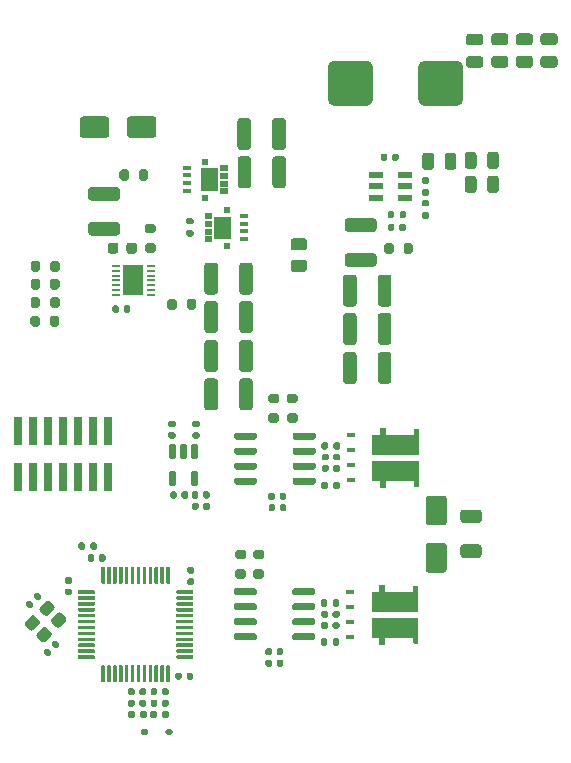
<source format=gbr>
G04 #@! TF.GenerationSoftware,KiCad,Pcbnew,9.0.1+1*
G04 #@! TF.CreationDate,2025-10-15T10:43:32+00:00*
G04 #@! TF.ProjectId,c64psu,63363470-7375-42e6-9b69-6361645f7063,rev?*
G04 #@! TF.SameCoordinates,Original*
G04 #@! TF.FileFunction,Paste,Top*
G04 #@! TF.FilePolarity,Positive*
%FSLAX46Y46*%
G04 Gerber Fmt 4.6, Leading zero omitted, Abs format (unit mm)*
G04 Created by KiCad (PCBNEW 9.0.1+1) date 2025-10-15 10:43:32*
%MOMM*%
%LPD*%
G01*
G04 APERTURE LIST*
%ADD10C,0.010000*%
%ADD11R,0.800000X0.200000*%
%ADD12R,1.750000X2.650000*%
%ADD13R,0.700000X0.420000*%
%ADD14R,1.200000X0.600000*%
%ADD15R,0.711200X0.406400*%
%ADD16R,3.987800X1.727200*%
%ADD17R,0.740000X2.400000*%
G04 APERTURE END LIST*
D10*
X153410000Y-56984800D02*
X152860000Y-56984800D01*
X152860000Y-56564800D01*
X153410000Y-56564800D01*
X153410000Y-56984800D01*
G36*
X153410000Y-56984800D02*
G01*
X152860000Y-56984800D01*
X152860000Y-56564800D01*
X153410000Y-56564800D01*
X153410000Y-56984800D01*
G37*
X153410000Y-57214800D02*
X153410000Y-57634800D01*
X152860000Y-57634800D01*
X152860000Y-57214799D01*
X153410000Y-57214800D01*
G36*
X153410000Y-57214800D02*
G01*
X153410000Y-57634800D01*
X152860000Y-57634800D01*
X152860000Y-57214799D01*
X153410000Y-57214800D01*
G37*
X153410000Y-58284800D02*
X152860000Y-58284801D01*
X152860000Y-57864800D01*
X153410000Y-57864800D01*
X153410000Y-58284800D01*
G36*
X153410000Y-58284800D02*
G01*
X152860000Y-58284801D01*
X152860000Y-57864800D01*
X153410000Y-57864800D01*
X153410000Y-58284800D01*
G37*
X153410000Y-58934800D02*
X152860000Y-58934800D01*
X152860000Y-58514800D01*
X153410000Y-58514800D01*
X153410000Y-58934800D01*
G36*
X153410000Y-58934800D02*
G01*
X152860000Y-58934800D01*
X152860000Y-58514800D01*
X153410000Y-58514800D01*
X153410000Y-58934800D01*
G37*
X154909999Y-59499800D02*
X154510001Y-59499800D01*
X154510000Y-59049800D01*
X154910000Y-59049800D01*
X154909999Y-59499800D01*
G36*
X154909999Y-59499800D02*
G01*
X154510001Y-59499800D01*
X154510000Y-59049800D01*
X154910000Y-59049800D01*
X154909999Y-59499800D01*
G37*
X154910000Y-56449800D02*
X154510000Y-56449800D01*
X154510001Y-55999800D01*
X154909999Y-55999800D01*
X154910000Y-56449800D01*
G36*
X154910000Y-56449800D02*
G01*
X154510000Y-56449800D01*
X154510001Y-55999800D01*
X154909999Y-55999800D01*
X154910000Y-56449800D01*
G37*
X155031000Y-58668800D02*
X153689000Y-58668800D01*
X153689000Y-56830800D01*
X155031000Y-56830800D01*
X155031000Y-58668800D01*
G36*
X155031000Y-58668800D02*
G01*
X153689000Y-58668800D01*
X153689000Y-56830800D01*
X155031000Y-56830800D01*
X155031000Y-58668800D01*
G37*
X153886100Y-54591750D02*
X152544100Y-54591750D01*
X152544100Y-52753750D01*
X153886100Y-52753750D01*
X153886100Y-54591750D01*
G36*
X153886100Y-54591750D02*
G01*
X152544100Y-54591750D01*
X152544100Y-52753750D01*
X153886100Y-52753750D01*
X153886100Y-54591750D01*
G37*
X153065099Y-55422750D02*
X152665101Y-55422750D01*
X152665100Y-54972750D01*
X153065100Y-54972750D01*
X153065099Y-55422750D01*
G36*
X153065099Y-55422750D02*
G01*
X152665101Y-55422750D01*
X152665100Y-54972750D01*
X153065100Y-54972750D01*
X153065099Y-55422750D01*
G37*
X153065100Y-52372750D02*
X152665100Y-52372750D01*
X152665101Y-51922750D01*
X153065099Y-51922750D01*
X153065100Y-52372750D01*
G36*
X153065100Y-52372750D02*
G01*
X152665100Y-52372750D01*
X152665101Y-51922750D01*
X153065099Y-51922750D01*
X153065100Y-52372750D01*
G37*
X154715100Y-52907750D02*
X154165100Y-52907750D01*
X154165100Y-52487750D01*
X154715100Y-52487750D01*
X154715100Y-52907750D01*
G36*
X154715100Y-52907750D02*
G01*
X154165100Y-52907750D01*
X154165100Y-52487750D01*
X154715100Y-52487750D01*
X154715100Y-52907750D01*
G37*
X154715100Y-53557750D02*
X154165100Y-53557750D01*
X154165100Y-53137750D01*
X154715100Y-53137749D01*
X154715100Y-53557750D01*
G36*
X154715100Y-53557750D02*
G01*
X154165100Y-53557750D01*
X154165100Y-53137750D01*
X154715100Y-53137749D01*
X154715100Y-53557750D01*
G37*
X154715100Y-54207751D02*
X154165100Y-54207750D01*
X154165100Y-53787750D01*
X154715100Y-53787750D01*
X154715100Y-54207751D01*
G36*
X154715100Y-54207751D02*
G01*
X154165100Y-54207750D01*
X154165100Y-53787750D01*
X154715100Y-53787750D01*
X154715100Y-54207751D01*
G37*
X154715100Y-54857750D02*
X154165100Y-54857750D01*
X154165100Y-54437750D01*
X154715100Y-54437750D01*
X154715100Y-54857750D01*
G36*
X154715100Y-54857750D02*
G01*
X154165100Y-54857750D01*
X154165100Y-54437750D01*
X154715100Y-54437750D01*
X154715100Y-54857750D01*
G37*
G36*
G01*
X162745200Y-79788600D02*
X162745200Y-79418600D01*
G75*
G02*
X162880200Y-79283600I135000J0D01*
G01*
X163150200Y-79283600D01*
G75*
G02*
X163285200Y-79418600I0J-135000D01*
G01*
X163285200Y-79788600D01*
G75*
G02*
X163150200Y-79923600I-135000J0D01*
G01*
X162880200Y-79923600D01*
G75*
G02*
X162745200Y-79788600I0J135000D01*
G01*
G37*
G36*
G01*
X163765200Y-79788600D02*
X163765200Y-79418600D01*
G75*
G02*
X163900200Y-79283600I135000J0D01*
G01*
X164170200Y-79283600D01*
G75*
G02*
X164305200Y-79418600I0J-135000D01*
G01*
X164305200Y-79788600D01*
G75*
G02*
X164170200Y-79923600I-135000J0D01*
G01*
X163900200Y-79923600D01*
G75*
G02*
X163765200Y-79788600I0J135000D01*
G01*
G37*
G36*
G01*
X158266800Y-81653200D02*
X158266800Y-81313200D01*
G75*
G02*
X158406800Y-81173200I140000J0D01*
G01*
X158686800Y-81173200D01*
G75*
G02*
X158826800Y-81313200I0J-140000D01*
G01*
X158826800Y-81653200D01*
G75*
G02*
X158686800Y-81793200I-140000J0D01*
G01*
X158406800Y-81793200D01*
G75*
G02*
X158266800Y-81653200I0J140000D01*
G01*
G37*
G36*
G01*
X159226800Y-81653200D02*
X159226800Y-81313200D01*
G75*
G02*
X159366800Y-81173200I140000J0D01*
G01*
X159646800Y-81173200D01*
G75*
G02*
X159786800Y-81313200I0J-140000D01*
G01*
X159786800Y-81653200D01*
G75*
G02*
X159646800Y-81793200I-140000J0D01*
G01*
X159366800Y-81793200D01*
G75*
G02*
X159226800Y-81653200I0J140000D01*
G01*
G37*
G36*
G01*
X157990000Y-94810400D02*
X157990000Y-94470400D01*
G75*
G02*
X158130000Y-94330400I140000J0D01*
G01*
X158410000Y-94330400D01*
G75*
G02*
X158550000Y-94470400I0J-140000D01*
G01*
X158550000Y-94810400D01*
G75*
G02*
X158410000Y-94950400I-140000J0D01*
G01*
X158130000Y-94950400D01*
G75*
G02*
X157990000Y-94810400I0J140000D01*
G01*
G37*
G36*
G01*
X158950000Y-94810400D02*
X158950000Y-94470400D01*
G75*
G02*
X159090000Y-94330400I140000J0D01*
G01*
X159370000Y-94330400D01*
G75*
G02*
X159510000Y-94470400I0J-140000D01*
G01*
X159510000Y-94810400D01*
G75*
G02*
X159370000Y-94950400I-140000J0D01*
G01*
X159090000Y-94950400D01*
G75*
G02*
X158950000Y-94810400I0J140000D01*
G01*
G37*
G36*
G01*
X174876801Y-54577000D02*
X174876801Y-53627000D01*
G75*
G02*
X175126801Y-53377000I250000J0D01*
G01*
X175626801Y-53377000D01*
G75*
G02*
X175876801Y-53627000I0J-250000D01*
G01*
X175876801Y-54577000D01*
G75*
G02*
X175626801Y-54827000I-250000J0D01*
G01*
X175126801Y-54827000D01*
G75*
G02*
X174876801Y-54577000I0J250000D01*
G01*
G37*
G36*
G01*
X176776799Y-54577000D02*
X176776799Y-53627000D01*
G75*
G02*
X177026799Y-53377000I250000J0D01*
G01*
X177526799Y-53377000D01*
G75*
G02*
X177776799Y-53627000I0J-250000D01*
G01*
X177776799Y-54577000D01*
G75*
G02*
X177526799Y-54827000I-250000J0D01*
G01*
X177026799Y-54827000D01*
G75*
G02*
X176776799Y-54577000I0J250000D01*
G01*
G37*
G36*
G01*
X155350800Y-75562600D02*
X155350800Y-75262600D01*
G75*
G02*
X155500800Y-75112600I150000J0D01*
G01*
X157150800Y-75112600D01*
G75*
G02*
X157300800Y-75262600I0J-150000D01*
G01*
X157300800Y-75562600D01*
G75*
G02*
X157150800Y-75712600I-150000J0D01*
G01*
X155500800Y-75712600D01*
G75*
G02*
X155350800Y-75562600I0J150000D01*
G01*
G37*
G36*
G01*
X155350800Y-76832600D02*
X155350800Y-76532600D01*
G75*
G02*
X155500800Y-76382600I150000J0D01*
G01*
X157150800Y-76382600D01*
G75*
G02*
X157300800Y-76532600I0J-150000D01*
G01*
X157300800Y-76832600D01*
G75*
G02*
X157150800Y-76982600I-150000J0D01*
G01*
X155500800Y-76982600D01*
G75*
G02*
X155350800Y-76832600I0J150000D01*
G01*
G37*
G36*
G01*
X155350800Y-78102600D02*
X155350800Y-77802600D01*
G75*
G02*
X155500800Y-77652600I150000J0D01*
G01*
X157150800Y-77652600D01*
G75*
G02*
X157300800Y-77802600I0J-150000D01*
G01*
X157300800Y-78102600D01*
G75*
G02*
X157150800Y-78252600I-150000J0D01*
G01*
X155500800Y-78252600D01*
G75*
G02*
X155350800Y-78102600I0J150000D01*
G01*
G37*
G36*
G01*
X155350800Y-79372600D02*
X155350800Y-79072600D01*
G75*
G02*
X155500800Y-78922600I150000J0D01*
G01*
X157150800Y-78922600D01*
G75*
G02*
X157300800Y-79072600I0J-150000D01*
G01*
X157300800Y-79372600D01*
G75*
G02*
X157150800Y-79522600I-150000J0D01*
G01*
X155500800Y-79522600D01*
G75*
G02*
X155350800Y-79372600I0J150000D01*
G01*
G37*
G36*
G01*
X160300800Y-79372600D02*
X160300800Y-79072600D01*
G75*
G02*
X160450800Y-78922600I150000J0D01*
G01*
X162100800Y-78922600D01*
G75*
G02*
X162250800Y-79072600I0J-150000D01*
G01*
X162250800Y-79372600D01*
G75*
G02*
X162100800Y-79522600I-150000J0D01*
G01*
X160450800Y-79522600D01*
G75*
G02*
X160300800Y-79372600I0J150000D01*
G01*
G37*
G36*
G01*
X160300800Y-78102600D02*
X160300800Y-77802600D01*
G75*
G02*
X160450800Y-77652600I150000J0D01*
G01*
X162100800Y-77652600D01*
G75*
G02*
X162250800Y-77802600I0J-150000D01*
G01*
X162250800Y-78102600D01*
G75*
G02*
X162100800Y-78252600I-150000J0D01*
G01*
X160450800Y-78252600D01*
G75*
G02*
X160300800Y-78102600I0J150000D01*
G01*
G37*
G36*
G01*
X160300800Y-76832600D02*
X160300800Y-76532600D01*
G75*
G02*
X160450800Y-76382600I150000J0D01*
G01*
X162100800Y-76382600D01*
G75*
G02*
X162250800Y-76532600I0J-150000D01*
G01*
X162250800Y-76832600D01*
G75*
G02*
X162100800Y-76982600I-150000J0D01*
G01*
X160450800Y-76982600D01*
G75*
G02*
X160300800Y-76832600I0J150000D01*
G01*
G37*
G36*
G01*
X160300800Y-75562600D02*
X160300800Y-75262600D01*
G75*
G02*
X160450800Y-75112600I150000J0D01*
G01*
X162100800Y-75112600D01*
G75*
G02*
X162250800Y-75262600I0J-150000D01*
G01*
X162250800Y-75562600D01*
G75*
G02*
X162100800Y-75712600I-150000J0D01*
G01*
X160450800Y-75712600D01*
G75*
G02*
X160300800Y-75562600I0J150000D01*
G01*
G37*
G36*
G01*
X182491400Y-44223599D02*
X181541400Y-44223599D01*
G75*
G02*
X181291400Y-43973599I0J250000D01*
G01*
X181291400Y-43473599D01*
G75*
G02*
X181541400Y-43223599I250000J0D01*
G01*
X182491400Y-43223599D01*
G75*
G02*
X182741400Y-43473599I0J-250000D01*
G01*
X182741400Y-43973599D01*
G75*
G02*
X182491400Y-44223599I-250000J0D01*
G01*
G37*
G36*
G01*
X182491400Y-42323601D02*
X181541400Y-42323601D01*
G75*
G02*
X181291400Y-42073601I0J250000D01*
G01*
X181291400Y-41573601D01*
G75*
G02*
X181541400Y-41323601I250000J0D01*
G01*
X182491400Y-41323601D01*
G75*
G02*
X182741400Y-41573601I0J-250000D01*
G01*
X182741400Y-42073601D01*
G75*
G02*
X182491400Y-42323601I-250000J0D01*
G01*
G37*
G36*
G01*
X156939201Y-60977600D02*
X156939201Y-63177600D01*
G75*
G02*
X156689201Y-63427600I-250000J0D01*
G01*
X156039201Y-63427600D01*
G75*
G02*
X155789201Y-63177600I0J250000D01*
G01*
X155789201Y-60977600D01*
G75*
G02*
X156039201Y-60727600I250000J0D01*
G01*
X156689201Y-60727600D01*
G75*
G02*
X156939201Y-60977600I0J-250000D01*
G01*
G37*
G36*
G01*
X153989199Y-60977600D02*
X153989199Y-63177600D01*
G75*
G02*
X153739199Y-63427600I-250000J0D01*
G01*
X153089199Y-63427600D01*
G75*
G02*
X152839199Y-63177600I0J250000D01*
G01*
X152839199Y-60977600D01*
G75*
G02*
X153089199Y-60727600I250000J0D01*
G01*
X153739199Y-60727600D01*
G75*
G02*
X153989199Y-60977600I0J-250000D01*
G01*
G37*
G36*
G01*
X163187200Y-91742800D02*
X162847200Y-91742800D01*
G75*
G02*
X162707200Y-91602800I0J140000D01*
G01*
X162707200Y-91322800D01*
G75*
G02*
X162847200Y-91182800I140000J0D01*
G01*
X163187200Y-91182800D01*
G75*
G02*
X163327200Y-91322800I0J-140000D01*
G01*
X163327200Y-91602800D01*
G75*
G02*
X163187200Y-91742800I-140000J0D01*
G01*
G37*
G36*
G01*
X163187200Y-90782800D02*
X162847200Y-90782800D01*
G75*
G02*
X162707200Y-90642800I0J140000D01*
G01*
X162707200Y-90362800D01*
G75*
G02*
X162847200Y-90222800I140000J0D01*
G01*
X163187200Y-90222800D01*
G75*
G02*
X163327200Y-90362800I0J-140000D01*
G01*
X163327200Y-90642800D01*
G75*
G02*
X163187200Y-90782800I-140000J0D01*
G01*
G37*
G36*
G01*
X144665000Y-59766250D02*
X144665000Y-59253750D01*
G75*
G02*
X144883750Y-59035000I218750J0D01*
G01*
X145321250Y-59035000D01*
G75*
G02*
X145540000Y-59253750I0J-218750D01*
G01*
X145540000Y-59766250D01*
G75*
G02*
X145321250Y-59985000I-218750J0D01*
G01*
X144883750Y-59985000D01*
G75*
G02*
X144665000Y-59766250I0J218750D01*
G01*
G37*
G36*
G01*
X146240000Y-59766250D02*
X146240000Y-59253750D01*
G75*
G02*
X146458750Y-59035000I218750J0D01*
G01*
X146896250Y-59035000D01*
G75*
G02*
X147115000Y-59253750I0J-218750D01*
G01*
X147115000Y-59766250D01*
G75*
G02*
X146896250Y-59985000I-218750J0D01*
G01*
X146458750Y-59985000D01*
G75*
G02*
X146240000Y-59766250I0J218750D01*
G01*
G37*
G36*
G01*
X151454499Y-80227700D02*
X151454499Y-80567700D01*
G75*
G02*
X151314499Y-80707700I-140000J0D01*
G01*
X151034499Y-80707700D01*
G75*
G02*
X150894499Y-80567700I0J140000D01*
G01*
X150894499Y-80227700D01*
G75*
G02*
X151034499Y-80087700I140000J0D01*
G01*
X151314499Y-80087700D01*
G75*
G02*
X151454499Y-80227700I0J-140000D01*
G01*
G37*
G36*
G01*
X150494499Y-80227700D02*
X150494499Y-80567700D01*
G75*
G02*
X150354499Y-80707700I-140000J0D01*
G01*
X150074499Y-80707700D01*
G75*
G02*
X149934499Y-80567700I0J140000D01*
G01*
X149934499Y-80227700D01*
G75*
G02*
X150074499Y-80087700I140000J0D01*
G01*
X150354499Y-80087700D01*
G75*
G02*
X150494499Y-80227700I0J-140000D01*
G01*
G37*
D11*
X148317500Y-63436750D03*
X148317500Y-63036750D03*
X148317500Y-62636750D03*
X148317500Y-62236750D03*
X148317500Y-61836750D03*
X148317500Y-61436750D03*
X148317500Y-61036750D03*
X145317500Y-61036750D03*
X145317500Y-61436750D03*
X145317500Y-61836750D03*
X145317500Y-62236750D03*
X145317500Y-62636750D03*
X145317500Y-63036750D03*
X145317500Y-63436750D03*
D12*
X146817500Y-62236750D03*
G36*
G01*
X162694400Y-89745400D02*
X162694400Y-89375400D01*
G75*
G02*
X162829400Y-89240400I135000J0D01*
G01*
X163099400Y-89240400D01*
G75*
G02*
X163234400Y-89375400I0J-135000D01*
G01*
X163234400Y-89745400D01*
G75*
G02*
X163099400Y-89880400I-135000J0D01*
G01*
X162829400Y-89880400D01*
G75*
G02*
X162694400Y-89745400I0J135000D01*
G01*
G37*
G36*
G01*
X163714400Y-89745400D02*
X163714400Y-89375400D01*
G75*
G02*
X163849400Y-89240400I135000J0D01*
G01*
X164119400Y-89240400D01*
G75*
G02*
X164254400Y-89375400I0J-135000D01*
G01*
X164254400Y-89745400D01*
G75*
G02*
X164119400Y-89880400I-135000J0D01*
G01*
X163849400Y-89880400D01*
G75*
G02*
X163714400Y-89745400I0J135000D01*
G01*
G37*
G36*
G01*
X158974200Y-74287600D02*
X158424200Y-74287600D01*
G75*
G02*
X158224200Y-74087600I0J200000D01*
G01*
X158224200Y-73687600D01*
G75*
G02*
X158424200Y-73487600I200000J0D01*
G01*
X158974200Y-73487600D01*
G75*
G02*
X159174200Y-73687600I0J-200000D01*
G01*
X159174200Y-74087600D01*
G75*
G02*
X158974200Y-74287600I-200000J0D01*
G01*
G37*
G36*
G01*
X158974200Y-72637600D02*
X158424200Y-72637600D01*
G75*
G02*
X158224200Y-72437600I0J200000D01*
G01*
X158224200Y-72037600D01*
G75*
G02*
X158424200Y-71837600I200000J0D01*
G01*
X158974200Y-71837600D01*
G75*
G02*
X159174200Y-72037600I0J-200000D01*
G01*
X159174200Y-72437600D01*
G75*
G02*
X158974200Y-72637600I-200000J0D01*
G01*
G37*
G36*
G01*
X160549000Y-74275400D02*
X159999000Y-74275400D01*
G75*
G02*
X159799000Y-74075400I0J200000D01*
G01*
X159799000Y-73675400D01*
G75*
G02*
X159999000Y-73475400I200000J0D01*
G01*
X160549000Y-73475400D01*
G75*
G02*
X160749000Y-73675400I0J-200000D01*
G01*
X160749000Y-74075400D01*
G75*
G02*
X160549000Y-74275400I-200000J0D01*
G01*
G37*
G36*
G01*
X160549000Y-72625400D02*
X159999000Y-72625400D01*
G75*
G02*
X159799000Y-72425400I0J200000D01*
G01*
X159799000Y-72025400D01*
G75*
G02*
X159999000Y-71825400I200000J0D01*
G01*
X160549000Y-71825400D01*
G75*
G02*
X160749000Y-72025400I0J-200000D01*
G01*
X160749000Y-72425400D01*
G75*
G02*
X160549000Y-72625400I-200000J0D01*
G01*
G37*
G36*
G01*
X140577300Y-60763750D02*
X140577300Y-61313750D01*
G75*
G02*
X140377300Y-61513750I-200000J0D01*
G01*
X139977300Y-61513750D01*
G75*
G02*
X139777300Y-61313750I0J200000D01*
G01*
X139777300Y-60763750D01*
G75*
G02*
X139977300Y-60563750I200000J0D01*
G01*
X140377300Y-60563750D01*
G75*
G02*
X140577300Y-60763750I0J-200000D01*
G01*
G37*
G36*
G01*
X138927300Y-60763750D02*
X138927300Y-61313750D01*
G75*
G02*
X138727300Y-61513750I-200000J0D01*
G01*
X138327300Y-61513750D01*
G75*
G02*
X138127300Y-61313750I0J200000D01*
G01*
X138127300Y-60763750D01*
G75*
G02*
X138327300Y-60563750I200000J0D01*
G01*
X138727300Y-60563750D01*
G75*
G02*
X138927300Y-60763750I0J-200000D01*
G01*
G37*
G36*
G01*
X176192200Y-44238800D02*
X175242200Y-44238800D01*
G75*
G02*
X174992200Y-43988800I0J250000D01*
G01*
X174992200Y-43488800D01*
G75*
G02*
X175242200Y-43238800I250000J0D01*
G01*
X176192200Y-43238800D01*
G75*
G02*
X176442200Y-43488800I0J-250000D01*
G01*
X176442200Y-43988800D01*
G75*
G02*
X176192200Y-44238800I-250000J0D01*
G01*
G37*
G36*
G01*
X176192200Y-42338802D02*
X175242200Y-42338802D01*
G75*
G02*
X174992200Y-42088802I0J250000D01*
G01*
X174992200Y-41588802D01*
G75*
G02*
X175242200Y-41338802I250000J0D01*
G01*
X176192200Y-41338802D01*
G75*
G02*
X176442200Y-41588802I0J-250000D01*
G01*
X176442200Y-42088802D01*
G75*
G02*
X176192200Y-42338802I-250000J0D01*
G01*
G37*
G36*
G01*
X158244000Y-80688000D02*
X158244000Y-80348000D01*
G75*
G02*
X158384000Y-80208000I140000J0D01*
G01*
X158664000Y-80208000D01*
G75*
G02*
X158804000Y-80348000I0J-140000D01*
G01*
X158804000Y-80688000D01*
G75*
G02*
X158664000Y-80828000I-140000J0D01*
G01*
X158384000Y-80828000D01*
G75*
G02*
X158244000Y-80688000I0J140000D01*
G01*
G37*
G36*
G01*
X159204000Y-80688000D02*
X159204000Y-80348000D01*
G75*
G02*
X159344000Y-80208000I140000J0D01*
G01*
X159624000Y-80208000D01*
G75*
G02*
X159764000Y-80348000I0J-140000D01*
G01*
X159764000Y-80688000D01*
G75*
G02*
X159624000Y-80828000I-140000J0D01*
G01*
X159344000Y-80828000D01*
G75*
G02*
X159204000Y-80688000I0J140000D01*
G01*
G37*
G36*
G01*
X151410100Y-56958750D02*
X151780100Y-56958750D01*
G75*
G02*
X151915100Y-57093750I0J-135000D01*
G01*
X151915100Y-57363750D01*
G75*
G02*
X151780100Y-57498750I-135000J0D01*
G01*
X151410100Y-57498750D01*
G75*
G02*
X151275100Y-57363750I0J135000D01*
G01*
X151275100Y-57093750D01*
G75*
G02*
X151410100Y-56958750I135000J0D01*
G01*
G37*
G36*
G01*
X151410100Y-57978748D02*
X151780100Y-57978748D01*
G75*
G02*
X151915100Y-58113748I0J-135000D01*
G01*
X151915100Y-58383748D01*
G75*
G02*
X151780100Y-58518748I-135000J0D01*
G01*
X151410100Y-58518748D01*
G75*
G02*
X151275100Y-58383748I0J135000D01*
G01*
X151275100Y-58113748D01*
G75*
G02*
X151410100Y-57978748I135000J0D01*
G01*
G37*
G36*
G01*
X157704200Y-87483400D02*
X157154200Y-87483400D01*
G75*
G02*
X156954200Y-87283400I0J200000D01*
G01*
X156954200Y-86883400D01*
G75*
G02*
X157154200Y-86683400I200000J0D01*
G01*
X157704200Y-86683400D01*
G75*
G02*
X157904200Y-86883400I0J-200000D01*
G01*
X157904200Y-87283400D01*
G75*
G02*
X157704200Y-87483400I-200000J0D01*
G01*
G37*
G36*
G01*
X157704200Y-85833400D02*
X157154200Y-85833400D01*
G75*
G02*
X156954200Y-85633400I0J200000D01*
G01*
X156954200Y-85233400D01*
G75*
G02*
X157154200Y-85033400I200000J0D01*
G01*
X157704200Y-85033400D01*
G75*
G02*
X157904200Y-85233400I0J-200000D01*
G01*
X157904200Y-85633400D01*
G75*
G02*
X157704200Y-85833400I-200000J0D01*
G01*
G37*
G36*
G01*
X168674001Y-61993600D02*
X168674001Y-64193600D01*
G75*
G02*
X168424001Y-64443600I-250000J0D01*
G01*
X167774001Y-64443600D01*
G75*
G02*
X167524001Y-64193600I0J250000D01*
G01*
X167524001Y-61993600D01*
G75*
G02*
X167774001Y-61743600I250000J0D01*
G01*
X168424001Y-61743600D01*
G75*
G02*
X168674001Y-61993600I0J-250000D01*
G01*
G37*
G36*
G01*
X165723999Y-61993600D02*
X165723999Y-64193600D01*
G75*
G02*
X165473999Y-64443600I-250000J0D01*
G01*
X164823999Y-64443600D01*
G75*
G02*
X164573999Y-64193600I0J250000D01*
G01*
X164573999Y-61993600D01*
G75*
G02*
X164823999Y-61743600I250000J0D01*
G01*
X165473999Y-61743600D01*
G75*
G02*
X165723999Y-61993600I0J-250000D01*
G01*
G37*
G36*
G01*
X148282200Y-98197000D02*
X148282200Y-97857000D01*
G75*
G02*
X148422200Y-97717000I140000J0D01*
G01*
X148702200Y-97717000D01*
G75*
G02*
X148842200Y-97857000I0J-140000D01*
G01*
X148842200Y-98197000D01*
G75*
G02*
X148702200Y-98337000I-140000J0D01*
G01*
X148422200Y-98337000D01*
G75*
G02*
X148282200Y-98197000I0J140000D01*
G01*
G37*
G36*
G01*
X149242200Y-98197000D02*
X149242200Y-97857000D01*
G75*
G02*
X149382200Y-97717000I140000J0D01*
G01*
X149662200Y-97717000D01*
G75*
G02*
X149802200Y-97857000I0J-140000D01*
G01*
X149802200Y-98197000D01*
G75*
G02*
X149662200Y-98337000I-140000J0D01*
G01*
X149382200Y-98337000D01*
G75*
G02*
X149242200Y-98197000I0J140000D01*
G01*
G37*
G36*
G01*
X163812400Y-90222800D02*
X164152400Y-90222800D01*
G75*
G02*
X164292400Y-90362800I0J-140000D01*
G01*
X164292400Y-90642800D01*
G75*
G02*
X164152400Y-90782800I-140000J0D01*
G01*
X163812400Y-90782800D01*
G75*
G02*
X163672400Y-90642800I0J140000D01*
G01*
X163672400Y-90362800D01*
G75*
G02*
X163812400Y-90222800I140000J0D01*
G01*
G37*
G36*
G01*
X163812400Y-91182800D02*
X164152400Y-91182800D01*
G75*
G02*
X164292400Y-91322800I0J-140000D01*
G01*
X164292400Y-91602800D01*
G75*
G02*
X164152400Y-91742800I-140000J0D01*
G01*
X163812400Y-91742800D01*
G75*
G02*
X163672400Y-91602800I0J140000D01*
G01*
X163672400Y-91322800D01*
G75*
G02*
X163812400Y-91182800I140000J0D01*
G01*
G37*
G36*
G01*
X171374500Y-53504350D02*
X171744500Y-53504350D01*
G75*
G02*
X171879500Y-53639350I0J-135000D01*
G01*
X171879500Y-53909350D01*
G75*
G02*
X171744500Y-54044350I-135000J0D01*
G01*
X171374500Y-54044350D01*
G75*
G02*
X171239500Y-53909350I0J135000D01*
G01*
X171239500Y-53639350D01*
G75*
G02*
X171374500Y-53504350I135000J0D01*
G01*
G37*
G36*
G01*
X171374500Y-54524348D02*
X171744500Y-54524348D01*
G75*
G02*
X171879500Y-54659348I0J-135000D01*
G01*
X171879500Y-54929348D01*
G75*
G02*
X171744500Y-55064348I-135000J0D01*
G01*
X171374500Y-55064348D01*
G75*
G02*
X171239500Y-54929348I0J135000D01*
G01*
X171239500Y-54659348D01*
G75*
G02*
X171374500Y-54524348I135000J0D01*
G01*
G37*
G36*
G01*
X137957007Y-89997809D02*
X137716591Y-89757393D01*
G75*
G02*
X137716591Y-89559403I98995J98995D01*
G01*
X137914581Y-89361413D01*
G75*
G02*
X138112571Y-89361413I98995J-98995D01*
G01*
X138352987Y-89601829D01*
G75*
G02*
X138352987Y-89799819I-98995J-98995D01*
G01*
X138154997Y-89997809D01*
G75*
G02*
X137957007Y-89997809I-98995J98995D01*
G01*
G37*
G36*
G01*
X138635829Y-89318987D02*
X138395413Y-89078571D01*
G75*
G02*
X138395413Y-88880581I98995J98995D01*
G01*
X138593403Y-88682591D01*
G75*
G02*
X138791393Y-88682591I98995J-98995D01*
G01*
X139031809Y-88923007D01*
G75*
G02*
X139031809Y-89120997I-98995J-98995D01*
G01*
X138833819Y-89318987D01*
G75*
G02*
X138635829Y-89318987I-98995J98995D01*
G01*
G37*
G36*
G01*
X145645700Y-53592150D02*
X145645700Y-53042150D01*
G75*
G02*
X145845700Y-52842150I200000J0D01*
G01*
X146245700Y-52842150D01*
G75*
G02*
X146445700Y-53042150I0J-200000D01*
G01*
X146445700Y-53592150D01*
G75*
G02*
X146245700Y-53792150I-200000J0D01*
G01*
X145845700Y-53792150D01*
G75*
G02*
X145645700Y-53592150I0J200000D01*
G01*
G37*
G36*
G01*
X147295700Y-53592150D02*
X147295700Y-53042150D01*
G75*
G02*
X147495700Y-52842150I200000J0D01*
G01*
X147895700Y-52842150D01*
G75*
G02*
X148095700Y-53042150I0J-200000D01*
G01*
X148095700Y-53592150D01*
G75*
G02*
X147895700Y-53792150I-200000J0D01*
G01*
X147495700Y-53792150D01*
G75*
G02*
X147295700Y-53592150I0J200000D01*
G01*
G37*
G36*
G01*
X171374500Y-55432751D02*
X171744500Y-55432751D01*
G75*
G02*
X171879500Y-55567751I0J-135000D01*
G01*
X171879500Y-55837751D01*
G75*
G02*
X171744500Y-55972751I-135000J0D01*
G01*
X171374500Y-55972751D01*
G75*
G02*
X171239500Y-55837751I0J135000D01*
G01*
X171239500Y-55567751D01*
G75*
G02*
X171374500Y-55432751I135000J0D01*
G01*
G37*
G36*
G01*
X171374500Y-56452749D02*
X171744500Y-56452749D01*
G75*
G02*
X171879500Y-56587749I0J-135000D01*
G01*
X171879500Y-56857749D01*
G75*
G02*
X171744500Y-56992749I-135000J0D01*
G01*
X171374500Y-56992749D01*
G75*
G02*
X171239500Y-56857749I0J135000D01*
G01*
X171239500Y-56587749D01*
G75*
G02*
X171374500Y-56452749I135000J0D01*
G01*
G37*
G36*
G01*
X140569400Y-63834600D02*
X140569400Y-64384600D01*
G75*
G02*
X140369400Y-64584600I-200000J0D01*
G01*
X139969400Y-64584600D01*
G75*
G02*
X139769400Y-64384600I0J200000D01*
G01*
X139769400Y-63834600D01*
G75*
G02*
X139969400Y-63634600I200000J0D01*
G01*
X140369400Y-63634600D01*
G75*
G02*
X140569400Y-63834600I0J-200000D01*
G01*
G37*
G36*
G01*
X138919400Y-63834600D02*
X138919400Y-64384600D01*
G75*
G02*
X138719400Y-64584600I-200000J0D01*
G01*
X138319400Y-64584600D01*
G75*
G02*
X138119400Y-64384600I0J200000D01*
G01*
X138119400Y-63834600D01*
G75*
G02*
X138319400Y-63634600I200000J0D01*
G01*
X138719400Y-63634600D01*
G75*
G02*
X138919400Y-63834600I0J-200000D01*
G01*
G37*
G36*
G01*
X142281098Y-49903150D02*
X142281098Y-48603150D01*
G75*
G02*
X142531098Y-48353150I250000J0D01*
G01*
X144531098Y-48353150D01*
G75*
G02*
X144781098Y-48603150I0J-250000D01*
G01*
X144781098Y-49903150D01*
G75*
G02*
X144531098Y-50153150I-250000J0D01*
G01*
X142531098Y-50153150D01*
G75*
G02*
X142281098Y-49903150I0J250000D01*
G01*
G37*
G36*
G01*
X146281100Y-49903150D02*
X146281100Y-48603150D01*
G75*
G02*
X146531100Y-48353150I250000J0D01*
G01*
X148531100Y-48353150D01*
G75*
G02*
X148781100Y-48603150I0J-250000D01*
G01*
X148781100Y-49903150D01*
G75*
G02*
X148531100Y-50153150I-250000J0D01*
G01*
X146531100Y-50153150D01*
G75*
G02*
X146281100Y-49903150I0J250000D01*
G01*
G37*
G36*
G01*
X150254899Y-75620500D02*
X149914899Y-75620500D01*
G75*
G02*
X149774899Y-75480500I0J140000D01*
G01*
X149774899Y-75200500D01*
G75*
G02*
X149914899Y-75060500I140000J0D01*
G01*
X150254899Y-75060500D01*
G75*
G02*
X150394899Y-75200500I0J-140000D01*
G01*
X150394899Y-75480500D01*
G75*
G02*
X150254899Y-75620500I-140000J0D01*
G01*
G37*
G36*
G01*
X150254899Y-74660500D02*
X149914899Y-74660500D01*
G75*
G02*
X149774899Y-74520500I0J140000D01*
G01*
X149774899Y-74240500D01*
G75*
G02*
X149914899Y-74100500I140000J0D01*
G01*
X150254899Y-74100500D01*
G75*
G02*
X150394899Y-74240500I0J-140000D01*
G01*
X150394899Y-74520500D01*
G75*
G02*
X150254899Y-74660500I-140000J0D01*
G01*
G37*
D13*
X156210000Y-58724800D03*
X156210000Y-58074800D03*
X156210000Y-57424800D03*
X156210000Y-56774800D03*
G36*
G01*
X174177899Y-51673750D02*
X174177899Y-52623750D01*
G75*
G02*
X173927899Y-52873750I-250000J0D01*
G01*
X173427899Y-52873750D01*
G75*
G02*
X173177899Y-52623750I0J250000D01*
G01*
X173177899Y-51673750D01*
G75*
G02*
X173427899Y-51423750I250000J0D01*
G01*
X173927899Y-51423750D01*
G75*
G02*
X174177899Y-51673750I0J-250000D01*
G01*
G37*
G36*
G01*
X172277901Y-51673750D02*
X172277901Y-52623750D01*
G75*
G02*
X172027901Y-52873750I-250000J0D01*
G01*
X171527901Y-52873750D01*
G75*
G02*
X171277901Y-52623750I0J250000D01*
G01*
X171277901Y-51673750D01*
G75*
G02*
X171527901Y-51423750I250000J0D01*
G01*
X172027901Y-51423750D01*
G75*
G02*
X172277901Y-51673750I0J-250000D01*
G01*
G37*
G36*
G01*
X152286899Y-75643300D02*
X151946899Y-75643300D01*
G75*
G02*
X151806899Y-75503300I0J140000D01*
G01*
X151806899Y-75223300D01*
G75*
G02*
X151946899Y-75083300I140000J0D01*
G01*
X152286899Y-75083300D01*
G75*
G02*
X152426899Y-75223300I0J-140000D01*
G01*
X152426899Y-75503300D01*
G75*
G02*
X152286899Y-75643300I-140000J0D01*
G01*
G37*
G36*
G01*
X152286899Y-74683300D02*
X151946899Y-74683300D01*
G75*
G02*
X151806899Y-74543300I0J140000D01*
G01*
X151806899Y-74263300D01*
G75*
G02*
X151946899Y-74123300I140000J0D01*
G01*
X152286899Y-74123300D01*
G75*
G02*
X152426899Y-74263300I0J-140000D01*
G01*
X152426899Y-74543300D01*
G75*
G02*
X152286899Y-74683300I-140000J0D01*
G01*
G37*
G36*
G01*
X147899800Y-97857000D02*
X147899800Y-98197000D01*
G75*
G02*
X147759800Y-98337000I-140000J0D01*
G01*
X147479800Y-98337000D01*
G75*
G02*
X147339800Y-98197000I0J140000D01*
G01*
X147339800Y-97857000D01*
G75*
G02*
X147479800Y-97717000I140000J0D01*
G01*
X147759800Y-97717000D01*
G75*
G02*
X147899800Y-97857000I0J-140000D01*
G01*
G37*
G36*
G01*
X146939800Y-97857000D02*
X146939800Y-98197000D01*
G75*
G02*
X146799800Y-98337000I-140000J0D01*
G01*
X146519800Y-98337000D01*
G75*
G02*
X146379800Y-98197000I0J140000D01*
G01*
X146379800Y-97857000D01*
G75*
G02*
X146519800Y-97717000I140000J0D01*
G01*
X146799800Y-97717000D01*
G75*
G02*
X146939800Y-97857000I0J-140000D01*
G01*
G37*
G36*
G01*
X149822199Y-98807200D02*
X149822199Y-99177200D01*
G75*
G02*
X149687199Y-99312200I-135000J0D01*
G01*
X149417199Y-99312200D01*
G75*
G02*
X149282199Y-99177200I0J135000D01*
G01*
X149282199Y-98807200D01*
G75*
G02*
X149417199Y-98672200I135000J0D01*
G01*
X149687199Y-98672200D01*
G75*
G02*
X149822199Y-98807200I0J-135000D01*
G01*
G37*
G36*
G01*
X148802201Y-98807200D02*
X148802201Y-99177200D01*
G75*
G02*
X148667201Y-99312200I-135000J0D01*
G01*
X148397201Y-99312200D01*
G75*
G02*
X148262201Y-99177200I0J135000D01*
G01*
X148262201Y-98807200D01*
G75*
G02*
X148397201Y-98672200I135000J0D01*
G01*
X148667201Y-98672200D01*
G75*
G02*
X148802201Y-98807200I0J-135000D01*
G01*
G37*
G36*
G01*
X160382800Y-58671400D02*
X161282800Y-58671400D01*
G75*
G02*
X161532800Y-58921400I0J-250000D01*
G01*
X161532800Y-59446400D01*
G75*
G02*
X161282800Y-59696400I-250000J0D01*
G01*
X160382800Y-59696400D01*
G75*
G02*
X160132800Y-59446400I0J250000D01*
G01*
X160132800Y-58921400D01*
G75*
G02*
X160382800Y-58671400I250000J0D01*
G01*
G37*
G36*
G01*
X160382800Y-60496400D02*
X161282800Y-60496400D01*
G75*
G02*
X161532800Y-60746400I0J-250000D01*
G01*
X161532800Y-61271400D01*
G75*
G02*
X161282800Y-61521400I-250000J0D01*
G01*
X160382800Y-61521400D01*
G75*
G02*
X160132800Y-61271400I0J250000D01*
G01*
X160132800Y-60746400D01*
G75*
G02*
X160382800Y-60496400I250000J0D01*
G01*
G37*
G36*
G01*
X142110200Y-88697200D02*
X142110200Y-88547200D01*
G75*
G02*
X142185200Y-88472200I75000J0D01*
G01*
X143510200Y-88472200D01*
G75*
G02*
X143585200Y-88547200I0J-75000D01*
G01*
X143585200Y-88697200D01*
G75*
G02*
X143510200Y-88772200I-75000J0D01*
G01*
X142185200Y-88772200D01*
G75*
G02*
X142110200Y-88697200I0J75000D01*
G01*
G37*
G36*
G01*
X142110200Y-89197200D02*
X142110200Y-89047200D01*
G75*
G02*
X142185200Y-88972200I75000J0D01*
G01*
X143510200Y-88972200D01*
G75*
G02*
X143585200Y-89047200I0J-75000D01*
G01*
X143585200Y-89197200D01*
G75*
G02*
X143510200Y-89272200I-75000J0D01*
G01*
X142185200Y-89272200D01*
G75*
G02*
X142110200Y-89197200I0J75000D01*
G01*
G37*
G36*
G01*
X142110200Y-89697200D02*
X142110200Y-89547200D01*
G75*
G02*
X142185200Y-89472200I75000J0D01*
G01*
X143510200Y-89472200D01*
G75*
G02*
X143585200Y-89547200I0J-75000D01*
G01*
X143585200Y-89697200D01*
G75*
G02*
X143510200Y-89772200I-75000J0D01*
G01*
X142185200Y-89772200D01*
G75*
G02*
X142110200Y-89697200I0J75000D01*
G01*
G37*
G36*
G01*
X142110200Y-90197200D02*
X142110200Y-90047200D01*
G75*
G02*
X142185200Y-89972200I75000J0D01*
G01*
X143510200Y-89972200D01*
G75*
G02*
X143585200Y-90047200I0J-75000D01*
G01*
X143585200Y-90197200D01*
G75*
G02*
X143510200Y-90272200I-75000J0D01*
G01*
X142185200Y-90272200D01*
G75*
G02*
X142110200Y-90197200I0J75000D01*
G01*
G37*
G36*
G01*
X142110200Y-90697200D02*
X142110200Y-90547200D01*
G75*
G02*
X142185200Y-90472200I75000J0D01*
G01*
X143510200Y-90472200D01*
G75*
G02*
X143585200Y-90547200I0J-75000D01*
G01*
X143585200Y-90697200D01*
G75*
G02*
X143510200Y-90772200I-75000J0D01*
G01*
X142185200Y-90772200D01*
G75*
G02*
X142110200Y-90697200I0J75000D01*
G01*
G37*
G36*
G01*
X142110200Y-91197200D02*
X142110200Y-91047200D01*
G75*
G02*
X142185200Y-90972200I75000J0D01*
G01*
X143510200Y-90972200D01*
G75*
G02*
X143585200Y-91047200I0J-75000D01*
G01*
X143585200Y-91197200D01*
G75*
G02*
X143510200Y-91272200I-75000J0D01*
G01*
X142185200Y-91272200D01*
G75*
G02*
X142110200Y-91197200I0J75000D01*
G01*
G37*
G36*
G01*
X142110200Y-91697200D02*
X142110200Y-91547200D01*
G75*
G02*
X142185200Y-91472200I75000J0D01*
G01*
X143510200Y-91472200D01*
G75*
G02*
X143585200Y-91547200I0J-75000D01*
G01*
X143585200Y-91697200D01*
G75*
G02*
X143510200Y-91772200I-75000J0D01*
G01*
X142185200Y-91772200D01*
G75*
G02*
X142110200Y-91697200I0J75000D01*
G01*
G37*
G36*
G01*
X142110200Y-92197200D02*
X142110200Y-92047200D01*
G75*
G02*
X142185200Y-91972200I75000J0D01*
G01*
X143510200Y-91972200D01*
G75*
G02*
X143585200Y-92047200I0J-75000D01*
G01*
X143585200Y-92197200D01*
G75*
G02*
X143510200Y-92272200I-75000J0D01*
G01*
X142185200Y-92272200D01*
G75*
G02*
X142110200Y-92197200I0J75000D01*
G01*
G37*
G36*
G01*
X142110200Y-92697200D02*
X142110200Y-92547200D01*
G75*
G02*
X142185200Y-92472200I75000J0D01*
G01*
X143510200Y-92472200D01*
G75*
G02*
X143585200Y-92547200I0J-75000D01*
G01*
X143585200Y-92697200D01*
G75*
G02*
X143510200Y-92772200I-75000J0D01*
G01*
X142185200Y-92772200D01*
G75*
G02*
X142110200Y-92697200I0J75000D01*
G01*
G37*
G36*
G01*
X142110200Y-93197200D02*
X142110200Y-93047200D01*
G75*
G02*
X142185200Y-92972200I75000J0D01*
G01*
X143510200Y-92972200D01*
G75*
G02*
X143585200Y-93047200I0J-75000D01*
G01*
X143585200Y-93197200D01*
G75*
G02*
X143510200Y-93272200I-75000J0D01*
G01*
X142185200Y-93272200D01*
G75*
G02*
X142110200Y-93197200I0J75000D01*
G01*
G37*
G36*
G01*
X142110200Y-93697200D02*
X142110200Y-93547200D01*
G75*
G02*
X142185200Y-93472200I75000J0D01*
G01*
X143510200Y-93472200D01*
G75*
G02*
X143585200Y-93547200I0J-75000D01*
G01*
X143585200Y-93697200D01*
G75*
G02*
X143510200Y-93772200I-75000J0D01*
G01*
X142185200Y-93772200D01*
G75*
G02*
X142110200Y-93697200I0J75000D01*
G01*
G37*
G36*
G01*
X142110200Y-94197200D02*
X142110200Y-94047200D01*
G75*
G02*
X142185200Y-93972200I75000J0D01*
G01*
X143510200Y-93972200D01*
G75*
G02*
X143585200Y-94047200I0J-75000D01*
G01*
X143585200Y-94197200D01*
G75*
G02*
X143510200Y-94272200I-75000J0D01*
G01*
X142185200Y-94272200D01*
G75*
G02*
X142110200Y-94197200I0J75000D01*
G01*
G37*
G36*
G01*
X144110200Y-96197200D02*
X144110200Y-94872200D01*
G75*
G02*
X144185200Y-94797200I75000J0D01*
G01*
X144335200Y-94797200D01*
G75*
G02*
X144410200Y-94872200I0J-75000D01*
G01*
X144410200Y-96197200D01*
G75*
G02*
X144335200Y-96272200I-75000J0D01*
G01*
X144185200Y-96272200D01*
G75*
G02*
X144110200Y-96197200I0J75000D01*
G01*
G37*
G36*
G01*
X144610200Y-96197200D02*
X144610200Y-94872200D01*
G75*
G02*
X144685200Y-94797200I75000J0D01*
G01*
X144835200Y-94797200D01*
G75*
G02*
X144910200Y-94872200I0J-75000D01*
G01*
X144910200Y-96197200D01*
G75*
G02*
X144835200Y-96272200I-75000J0D01*
G01*
X144685200Y-96272200D01*
G75*
G02*
X144610200Y-96197200I0J75000D01*
G01*
G37*
G36*
G01*
X145110200Y-96197200D02*
X145110200Y-94872200D01*
G75*
G02*
X145185200Y-94797200I75000J0D01*
G01*
X145335200Y-94797200D01*
G75*
G02*
X145410200Y-94872200I0J-75000D01*
G01*
X145410200Y-96197200D01*
G75*
G02*
X145335200Y-96272200I-75000J0D01*
G01*
X145185200Y-96272200D01*
G75*
G02*
X145110200Y-96197200I0J75000D01*
G01*
G37*
G36*
G01*
X145610200Y-96197200D02*
X145610200Y-94872200D01*
G75*
G02*
X145685200Y-94797200I75000J0D01*
G01*
X145835200Y-94797200D01*
G75*
G02*
X145910200Y-94872200I0J-75000D01*
G01*
X145910200Y-96197200D01*
G75*
G02*
X145835200Y-96272200I-75000J0D01*
G01*
X145685200Y-96272200D01*
G75*
G02*
X145610200Y-96197200I0J75000D01*
G01*
G37*
G36*
G01*
X146110200Y-96197200D02*
X146110200Y-94872200D01*
G75*
G02*
X146185200Y-94797200I75000J0D01*
G01*
X146335200Y-94797200D01*
G75*
G02*
X146410200Y-94872200I0J-75000D01*
G01*
X146410200Y-96197200D01*
G75*
G02*
X146335200Y-96272200I-75000J0D01*
G01*
X146185200Y-96272200D01*
G75*
G02*
X146110200Y-96197200I0J75000D01*
G01*
G37*
G36*
G01*
X146610200Y-96197200D02*
X146610200Y-94872200D01*
G75*
G02*
X146685200Y-94797200I75000J0D01*
G01*
X146835200Y-94797200D01*
G75*
G02*
X146910200Y-94872200I0J-75000D01*
G01*
X146910200Y-96197200D01*
G75*
G02*
X146835200Y-96272200I-75000J0D01*
G01*
X146685200Y-96272200D01*
G75*
G02*
X146610200Y-96197200I0J75000D01*
G01*
G37*
G36*
G01*
X147110200Y-96197200D02*
X147110200Y-94872200D01*
G75*
G02*
X147185200Y-94797200I75000J0D01*
G01*
X147335200Y-94797200D01*
G75*
G02*
X147410200Y-94872200I0J-75000D01*
G01*
X147410200Y-96197200D01*
G75*
G02*
X147335200Y-96272200I-75000J0D01*
G01*
X147185200Y-96272200D01*
G75*
G02*
X147110200Y-96197200I0J75000D01*
G01*
G37*
G36*
G01*
X147610200Y-96197200D02*
X147610200Y-94872200D01*
G75*
G02*
X147685200Y-94797200I75000J0D01*
G01*
X147835200Y-94797200D01*
G75*
G02*
X147910200Y-94872200I0J-75000D01*
G01*
X147910200Y-96197200D01*
G75*
G02*
X147835200Y-96272200I-75000J0D01*
G01*
X147685200Y-96272200D01*
G75*
G02*
X147610200Y-96197200I0J75000D01*
G01*
G37*
G36*
G01*
X148110200Y-96197200D02*
X148110200Y-94872200D01*
G75*
G02*
X148185200Y-94797200I75000J0D01*
G01*
X148335200Y-94797200D01*
G75*
G02*
X148410200Y-94872200I0J-75000D01*
G01*
X148410200Y-96197200D01*
G75*
G02*
X148335200Y-96272200I-75000J0D01*
G01*
X148185200Y-96272200D01*
G75*
G02*
X148110200Y-96197200I0J75000D01*
G01*
G37*
G36*
G01*
X148610200Y-96197200D02*
X148610200Y-94872200D01*
G75*
G02*
X148685200Y-94797200I75000J0D01*
G01*
X148835200Y-94797200D01*
G75*
G02*
X148910200Y-94872200I0J-75000D01*
G01*
X148910200Y-96197200D01*
G75*
G02*
X148835200Y-96272200I-75000J0D01*
G01*
X148685200Y-96272200D01*
G75*
G02*
X148610200Y-96197200I0J75000D01*
G01*
G37*
G36*
G01*
X149110200Y-96197200D02*
X149110200Y-94872200D01*
G75*
G02*
X149185200Y-94797200I75000J0D01*
G01*
X149335200Y-94797200D01*
G75*
G02*
X149410200Y-94872200I0J-75000D01*
G01*
X149410200Y-96197200D01*
G75*
G02*
X149335200Y-96272200I-75000J0D01*
G01*
X149185200Y-96272200D01*
G75*
G02*
X149110200Y-96197200I0J75000D01*
G01*
G37*
G36*
G01*
X149610200Y-96197200D02*
X149610200Y-94872200D01*
G75*
G02*
X149685200Y-94797200I75000J0D01*
G01*
X149835200Y-94797200D01*
G75*
G02*
X149910200Y-94872200I0J-75000D01*
G01*
X149910200Y-96197200D01*
G75*
G02*
X149835200Y-96272200I-75000J0D01*
G01*
X149685200Y-96272200D01*
G75*
G02*
X149610200Y-96197200I0J75000D01*
G01*
G37*
G36*
G01*
X150435200Y-94197200D02*
X150435200Y-94047200D01*
G75*
G02*
X150510200Y-93972200I75000J0D01*
G01*
X151835200Y-93972200D01*
G75*
G02*
X151910200Y-94047200I0J-75000D01*
G01*
X151910200Y-94197200D01*
G75*
G02*
X151835200Y-94272200I-75000J0D01*
G01*
X150510200Y-94272200D01*
G75*
G02*
X150435200Y-94197200I0J75000D01*
G01*
G37*
G36*
G01*
X150435200Y-93697200D02*
X150435200Y-93547200D01*
G75*
G02*
X150510200Y-93472200I75000J0D01*
G01*
X151835200Y-93472200D01*
G75*
G02*
X151910200Y-93547200I0J-75000D01*
G01*
X151910200Y-93697200D01*
G75*
G02*
X151835200Y-93772200I-75000J0D01*
G01*
X150510200Y-93772200D01*
G75*
G02*
X150435200Y-93697200I0J75000D01*
G01*
G37*
G36*
G01*
X150435200Y-93197200D02*
X150435200Y-93047200D01*
G75*
G02*
X150510200Y-92972200I75000J0D01*
G01*
X151835200Y-92972200D01*
G75*
G02*
X151910200Y-93047200I0J-75000D01*
G01*
X151910200Y-93197200D01*
G75*
G02*
X151835200Y-93272200I-75000J0D01*
G01*
X150510200Y-93272200D01*
G75*
G02*
X150435200Y-93197200I0J75000D01*
G01*
G37*
G36*
G01*
X150435200Y-92697200D02*
X150435200Y-92547200D01*
G75*
G02*
X150510200Y-92472200I75000J0D01*
G01*
X151835200Y-92472200D01*
G75*
G02*
X151910200Y-92547200I0J-75000D01*
G01*
X151910200Y-92697200D01*
G75*
G02*
X151835200Y-92772200I-75000J0D01*
G01*
X150510200Y-92772200D01*
G75*
G02*
X150435200Y-92697200I0J75000D01*
G01*
G37*
G36*
G01*
X150435200Y-92197200D02*
X150435200Y-92047200D01*
G75*
G02*
X150510200Y-91972200I75000J0D01*
G01*
X151835200Y-91972200D01*
G75*
G02*
X151910200Y-92047200I0J-75000D01*
G01*
X151910200Y-92197200D01*
G75*
G02*
X151835200Y-92272200I-75000J0D01*
G01*
X150510200Y-92272200D01*
G75*
G02*
X150435200Y-92197200I0J75000D01*
G01*
G37*
G36*
G01*
X150435200Y-91697200D02*
X150435200Y-91547200D01*
G75*
G02*
X150510200Y-91472200I75000J0D01*
G01*
X151835200Y-91472200D01*
G75*
G02*
X151910200Y-91547200I0J-75000D01*
G01*
X151910200Y-91697200D01*
G75*
G02*
X151835200Y-91772200I-75000J0D01*
G01*
X150510200Y-91772200D01*
G75*
G02*
X150435200Y-91697200I0J75000D01*
G01*
G37*
G36*
G01*
X150435200Y-91197200D02*
X150435200Y-91047200D01*
G75*
G02*
X150510200Y-90972200I75000J0D01*
G01*
X151835200Y-90972200D01*
G75*
G02*
X151910200Y-91047200I0J-75000D01*
G01*
X151910200Y-91197200D01*
G75*
G02*
X151835200Y-91272200I-75000J0D01*
G01*
X150510200Y-91272200D01*
G75*
G02*
X150435200Y-91197200I0J75000D01*
G01*
G37*
G36*
G01*
X150435200Y-90697200D02*
X150435200Y-90547200D01*
G75*
G02*
X150510200Y-90472200I75000J0D01*
G01*
X151835200Y-90472200D01*
G75*
G02*
X151910200Y-90547200I0J-75000D01*
G01*
X151910200Y-90697200D01*
G75*
G02*
X151835200Y-90772200I-75000J0D01*
G01*
X150510200Y-90772200D01*
G75*
G02*
X150435200Y-90697200I0J75000D01*
G01*
G37*
G36*
G01*
X150435200Y-90197200D02*
X150435200Y-90047200D01*
G75*
G02*
X150510200Y-89972200I75000J0D01*
G01*
X151835200Y-89972200D01*
G75*
G02*
X151910200Y-90047200I0J-75000D01*
G01*
X151910200Y-90197200D01*
G75*
G02*
X151835200Y-90272200I-75000J0D01*
G01*
X150510200Y-90272200D01*
G75*
G02*
X150435200Y-90197200I0J75000D01*
G01*
G37*
G36*
G01*
X150435200Y-89697200D02*
X150435200Y-89547200D01*
G75*
G02*
X150510200Y-89472200I75000J0D01*
G01*
X151835200Y-89472200D01*
G75*
G02*
X151910200Y-89547200I0J-75000D01*
G01*
X151910200Y-89697200D01*
G75*
G02*
X151835200Y-89772200I-75000J0D01*
G01*
X150510200Y-89772200D01*
G75*
G02*
X150435200Y-89697200I0J75000D01*
G01*
G37*
G36*
G01*
X150435200Y-89197200D02*
X150435200Y-89047200D01*
G75*
G02*
X150510200Y-88972200I75000J0D01*
G01*
X151835200Y-88972200D01*
G75*
G02*
X151910200Y-89047200I0J-75000D01*
G01*
X151910200Y-89197200D01*
G75*
G02*
X151835200Y-89272200I-75000J0D01*
G01*
X150510200Y-89272200D01*
G75*
G02*
X150435200Y-89197200I0J75000D01*
G01*
G37*
G36*
G01*
X150435200Y-88697200D02*
X150435200Y-88547200D01*
G75*
G02*
X150510200Y-88472200I75000J0D01*
G01*
X151835200Y-88472200D01*
G75*
G02*
X151910200Y-88547200I0J-75000D01*
G01*
X151910200Y-88697200D01*
G75*
G02*
X151835200Y-88772200I-75000J0D01*
G01*
X150510200Y-88772200D01*
G75*
G02*
X150435200Y-88697200I0J75000D01*
G01*
G37*
G36*
G01*
X149610200Y-87872200D02*
X149610200Y-86547200D01*
G75*
G02*
X149685200Y-86472200I75000J0D01*
G01*
X149835200Y-86472200D01*
G75*
G02*
X149910200Y-86547200I0J-75000D01*
G01*
X149910200Y-87872200D01*
G75*
G02*
X149835200Y-87947200I-75000J0D01*
G01*
X149685200Y-87947200D01*
G75*
G02*
X149610200Y-87872200I0J75000D01*
G01*
G37*
G36*
G01*
X149110200Y-87872200D02*
X149110200Y-86547200D01*
G75*
G02*
X149185200Y-86472200I75000J0D01*
G01*
X149335200Y-86472200D01*
G75*
G02*
X149410200Y-86547200I0J-75000D01*
G01*
X149410200Y-87872200D01*
G75*
G02*
X149335200Y-87947200I-75000J0D01*
G01*
X149185200Y-87947200D01*
G75*
G02*
X149110200Y-87872200I0J75000D01*
G01*
G37*
G36*
G01*
X148610200Y-87872200D02*
X148610200Y-86547200D01*
G75*
G02*
X148685200Y-86472200I75000J0D01*
G01*
X148835200Y-86472200D01*
G75*
G02*
X148910200Y-86547200I0J-75000D01*
G01*
X148910200Y-87872200D01*
G75*
G02*
X148835200Y-87947200I-75000J0D01*
G01*
X148685200Y-87947200D01*
G75*
G02*
X148610200Y-87872200I0J75000D01*
G01*
G37*
G36*
G01*
X148110200Y-87872200D02*
X148110200Y-86547200D01*
G75*
G02*
X148185200Y-86472200I75000J0D01*
G01*
X148335200Y-86472200D01*
G75*
G02*
X148410200Y-86547200I0J-75000D01*
G01*
X148410200Y-87872200D01*
G75*
G02*
X148335200Y-87947200I-75000J0D01*
G01*
X148185200Y-87947200D01*
G75*
G02*
X148110200Y-87872200I0J75000D01*
G01*
G37*
G36*
G01*
X147610200Y-87872200D02*
X147610200Y-86547200D01*
G75*
G02*
X147685200Y-86472200I75000J0D01*
G01*
X147835200Y-86472200D01*
G75*
G02*
X147910200Y-86547200I0J-75000D01*
G01*
X147910200Y-87872200D01*
G75*
G02*
X147835200Y-87947200I-75000J0D01*
G01*
X147685200Y-87947200D01*
G75*
G02*
X147610200Y-87872200I0J75000D01*
G01*
G37*
G36*
G01*
X147110200Y-87872200D02*
X147110200Y-86547200D01*
G75*
G02*
X147185200Y-86472200I75000J0D01*
G01*
X147335200Y-86472200D01*
G75*
G02*
X147410200Y-86547200I0J-75000D01*
G01*
X147410200Y-87872200D01*
G75*
G02*
X147335200Y-87947200I-75000J0D01*
G01*
X147185200Y-87947200D01*
G75*
G02*
X147110200Y-87872200I0J75000D01*
G01*
G37*
G36*
G01*
X146610200Y-87872200D02*
X146610200Y-86547200D01*
G75*
G02*
X146685200Y-86472200I75000J0D01*
G01*
X146835200Y-86472200D01*
G75*
G02*
X146910200Y-86547200I0J-75000D01*
G01*
X146910200Y-87872200D01*
G75*
G02*
X146835200Y-87947200I-75000J0D01*
G01*
X146685200Y-87947200D01*
G75*
G02*
X146610200Y-87872200I0J75000D01*
G01*
G37*
G36*
G01*
X146110200Y-87872200D02*
X146110200Y-86547200D01*
G75*
G02*
X146185200Y-86472200I75000J0D01*
G01*
X146335200Y-86472200D01*
G75*
G02*
X146410200Y-86547200I0J-75000D01*
G01*
X146410200Y-87872200D01*
G75*
G02*
X146335200Y-87947200I-75000J0D01*
G01*
X146185200Y-87947200D01*
G75*
G02*
X146110200Y-87872200I0J75000D01*
G01*
G37*
G36*
G01*
X145610200Y-87872200D02*
X145610200Y-86547200D01*
G75*
G02*
X145685200Y-86472200I75000J0D01*
G01*
X145835200Y-86472200D01*
G75*
G02*
X145910200Y-86547200I0J-75000D01*
G01*
X145910200Y-87872200D01*
G75*
G02*
X145835200Y-87947200I-75000J0D01*
G01*
X145685200Y-87947200D01*
G75*
G02*
X145610200Y-87872200I0J75000D01*
G01*
G37*
G36*
G01*
X145110200Y-87872200D02*
X145110200Y-86547200D01*
G75*
G02*
X145185200Y-86472200I75000J0D01*
G01*
X145335200Y-86472200D01*
G75*
G02*
X145410200Y-86547200I0J-75000D01*
G01*
X145410200Y-87872200D01*
G75*
G02*
X145335200Y-87947200I-75000J0D01*
G01*
X145185200Y-87947200D01*
G75*
G02*
X145110200Y-87872200I0J75000D01*
G01*
G37*
G36*
G01*
X144610200Y-87872200D02*
X144610200Y-86547200D01*
G75*
G02*
X144685200Y-86472200I75000J0D01*
G01*
X144835200Y-86472200D01*
G75*
G02*
X144910200Y-86547200I0J-75000D01*
G01*
X144910200Y-87872200D01*
G75*
G02*
X144835200Y-87947200I-75000J0D01*
G01*
X144685200Y-87947200D01*
G75*
G02*
X144610200Y-87872200I0J75000D01*
G01*
G37*
G36*
G01*
X144110200Y-87872200D02*
X144110200Y-86547200D01*
G75*
G02*
X144185200Y-86472200I75000J0D01*
G01*
X144335200Y-86472200D01*
G75*
G02*
X144410200Y-86547200I0J-75000D01*
G01*
X144410200Y-87872200D01*
G75*
G02*
X144335200Y-87947200I-75000J0D01*
G01*
X144185200Y-87947200D01*
G75*
G02*
X144110200Y-87872200I0J75000D01*
G01*
G37*
D14*
X167363100Y-53332350D03*
X167363100Y-54282350D03*
X167363100Y-55232350D03*
X169863100Y-55232350D03*
X169863100Y-54282350D03*
X169863100Y-53332350D03*
G36*
G01*
X140557200Y-65409400D02*
X140557200Y-65959400D01*
G75*
G02*
X140357200Y-66159400I-200000J0D01*
G01*
X139957200Y-66159400D01*
G75*
G02*
X139757200Y-65959400I0J200000D01*
G01*
X139757200Y-65409400D01*
G75*
G02*
X139957200Y-65209400I200000J0D01*
G01*
X140357200Y-65209400D01*
G75*
G02*
X140557200Y-65409400I0J-200000D01*
G01*
G37*
G36*
G01*
X138907200Y-65409400D02*
X138907200Y-65959400D01*
G75*
G02*
X138707200Y-66159400I-200000J0D01*
G01*
X138307200Y-66159400D01*
G75*
G02*
X138107200Y-65959400I0J200000D01*
G01*
X138107200Y-65409400D01*
G75*
G02*
X138307200Y-65209400I200000J0D01*
G01*
X138707200Y-65209400D01*
G75*
G02*
X138907200Y-65409400I0J-200000D01*
G01*
G37*
G36*
G01*
X163863200Y-76913200D02*
X164203200Y-76913200D01*
G75*
G02*
X164343200Y-77053200I0J-140000D01*
G01*
X164343200Y-77333200D01*
G75*
G02*
X164203200Y-77473200I-140000J0D01*
G01*
X163863200Y-77473200D01*
G75*
G02*
X163723200Y-77333200I0J140000D01*
G01*
X163723200Y-77053200D01*
G75*
G02*
X163863200Y-76913200I140000J0D01*
G01*
G37*
G36*
G01*
X163863200Y-77873200D02*
X164203200Y-77873200D01*
G75*
G02*
X164343200Y-78013200I0J-140000D01*
G01*
X164343200Y-78293200D01*
G75*
G02*
X164203200Y-78433200I-140000J0D01*
G01*
X163863200Y-78433200D01*
G75*
G02*
X163723200Y-78293200I0J140000D01*
G01*
X163723200Y-78013200D01*
G75*
G02*
X163863200Y-77873200I140000J0D01*
G01*
G37*
G36*
G01*
X167165200Y-61079601D02*
X164965200Y-61079601D01*
G75*
G02*
X164715200Y-60829601I0J250000D01*
G01*
X164715200Y-60179601D01*
G75*
G02*
X164965200Y-59929601I250000J0D01*
G01*
X167165200Y-59929601D01*
G75*
G02*
X167415200Y-60179601I0J-250000D01*
G01*
X167415200Y-60829601D01*
G75*
G02*
X167165200Y-61079601I-250000J0D01*
G01*
G37*
G36*
G01*
X167165200Y-58129599D02*
X164965200Y-58129599D01*
G75*
G02*
X164715200Y-57879599I0J250000D01*
G01*
X164715200Y-57229599D01*
G75*
G02*
X164965200Y-56979599I250000J0D01*
G01*
X167165200Y-56979599D01*
G75*
G02*
X167415200Y-57229599I0J-250000D01*
G01*
X167415200Y-57879599D01*
G75*
G02*
X167165200Y-58129599I-250000J0D01*
G01*
G37*
G36*
G01*
X141490600Y-88881000D02*
X141150600Y-88881000D01*
G75*
G02*
X141010600Y-88741000I0J140000D01*
G01*
X141010600Y-88461000D01*
G75*
G02*
X141150600Y-88321000I140000J0D01*
G01*
X141490600Y-88321000D01*
G75*
G02*
X141630600Y-88461000I0J-140000D01*
G01*
X141630600Y-88741000D01*
G75*
G02*
X141490600Y-88881000I-140000J0D01*
G01*
G37*
G36*
G01*
X141490600Y-87921000D02*
X141150600Y-87921000D01*
G75*
G02*
X141010600Y-87781000I0J140000D01*
G01*
X141010600Y-87501000D01*
G75*
G02*
X141150600Y-87361000I140000J0D01*
G01*
X141490600Y-87361000D01*
G75*
G02*
X141630600Y-87501000I0J-140000D01*
G01*
X141630600Y-87781000D01*
G75*
G02*
X141490600Y-87921000I-140000J0D01*
G01*
G37*
G36*
G01*
X156941002Y-64228800D02*
X156941002Y-66428800D01*
G75*
G02*
X156691002Y-66678800I-250000J0D01*
G01*
X156041002Y-66678800D01*
G75*
G02*
X155791002Y-66428800I0J250000D01*
G01*
X155791002Y-64228800D01*
G75*
G02*
X156041002Y-63978800I250000J0D01*
G01*
X156691002Y-63978800D01*
G75*
G02*
X156941002Y-64228800I0J-250000D01*
G01*
G37*
G36*
G01*
X153991000Y-64228800D02*
X153991000Y-66428800D01*
G75*
G02*
X153741000Y-66678800I-250000J0D01*
G01*
X153091000Y-66678800D01*
G75*
G02*
X152841000Y-66428800I0J250000D01*
G01*
X152841000Y-64228800D01*
G75*
G02*
X153091000Y-63978800I250000J0D01*
G01*
X153741000Y-63978800D01*
G75*
G02*
X153991000Y-64228800I0J-250000D01*
G01*
G37*
D15*
X165214300Y-75359999D03*
X165214300Y-76629999D03*
X165214300Y-77899999D03*
X165214300Y-79169999D03*
G36*
G01*
X167752200Y-74696349D02*
X168112000Y-74696349D01*
G75*
G02*
X168189100Y-74773449I0J-77100D01*
G01*
X168189100Y-76936549D01*
G75*
G02*
X168112000Y-77013649I-77100J0D01*
G01*
X167752200Y-77013649D01*
G75*
G02*
X167675100Y-76936549I0J77100D01*
G01*
X167675100Y-74773449D01*
G75*
G02*
X167752200Y-74696349I77100J0D01*
G01*
G37*
G36*
G01*
X170660175Y-74793099D02*
X170944025Y-74793099D01*
G75*
G02*
X171004850Y-74853924I0J-60825D01*
G01*
X171004850Y-76936074D01*
G75*
G02*
X170944025Y-76996899I-60825J0D01*
G01*
X170660175Y-76996899D01*
G75*
G02*
X170599350Y-76936074I0J60825D01*
G01*
X170599350Y-74853924D01*
G75*
G02*
X170660175Y-74793099I60825J0D01*
G01*
G37*
D16*
X169011600Y-76147399D03*
X169011600Y-78382599D03*
G36*
G01*
X170659925Y-77524999D02*
X170943775Y-77524999D01*
G75*
G02*
X171004600Y-77585824I0J-60825D01*
G01*
X171004600Y-79667974D01*
G75*
G02*
X170943775Y-79728799I-60825J0D01*
G01*
X170659925Y-79728799D01*
G75*
G02*
X170599100Y-79667974I0J60825D01*
G01*
X170599100Y-77585824D01*
G75*
G02*
X170659925Y-77524999I60825J0D01*
G01*
G37*
G36*
G01*
X167755200Y-77513099D02*
X168115000Y-77513099D01*
G75*
G02*
X168192100Y-77590199I0J-77100D01*
G01*
X168192100Y-79753299D01*
G75*
G02*
X168115000Y-79830399I-77100J0D01*
G01*
X167755200Y-79830399D01*
G75*
G02*
X167678100Y-79753299I0J77100D01*
G01*
X167678100Y-77590199D01*
G75*
G02*
X167755200Y-77513099I77100J0D01*
G01*
G37*
G36*
G01*
X143250000Y-54340000D02*
X145450000Y-54340000D01*
G75*
G02*
X145700000Y-54590000I0J-250000D01*
G01*
X145700000Y-55240000D01*
G75*
G02*
X145450000Y-55490000I-250000J0D01*
G01*
X143250000Y-55490000D01*
G75*
G02*
X143000000Y-55240000I0J250000D01*
G01*
X143000000Y-54590000D01*
G75*
G02*
X143250000Y-54340000I250000J0D01*
G01*
G37*
G36*
G01*
X143250000Y-57290000D02*
X145450000Y-57290000D01*
G75*
G02*
X145700000Y-57540000I0J-250000D01*
G01*
X145700000Y-58190000D01*
G75*
G02*
X145450000Y-58440000I-250000J0D01*
G01*
X143250000Y-58440000D01*
G75*
G02*
X143000000Y-58190000I0J250000D01*
G01*
X143000000Y-57540000D01*
G75*
G02*
X143250000Y-57290000I250000J0D01*
G01*
G37*
G36*
G01*
X166542001Y-47469750D02*
X163847001Y-47469750D01*
G75*
G02*
X163269501Y-46892250I0J577500D01*
G01*
X163269501Y-44197250D01*
G75*
G02*
X163847001Y-43619750I577500J0D01*
G01*
X166542001Y-43619750D01*
G75*
G02*
X167119501Y-44197250I0J-577500D01*
G01*
X167119501Y-46892250D01*
G75*
G02*
X166542001Y-47469750I-577500J0D01*
G01*
G37*
G36*
G01*
X174191999Y-47469750D02*
X171496999Y-47469750D01*
G75*
G02*
X170919499Y-46892250I0J577500D01*
G01*
X170919499Y-44197250D01*
G75*
G02*
X171496999Y-43619750I577500J0D01*
G01*
X174191999Y-43619750D01*
G75*
G02*
X174769499Y-44197250I0J-577500D01*
G01*
X174769499Y-46892250D01*
G75*
G02*
X174191999Y-47469750I-577500J0D01*
G01*
G37*
D13*
X151365100Y-52697750D03*
X151365100Y-53347750D03*
X151365100Y-53997750D03*
X151365100Y-54647750D03*
G36*
G01*
X162745200Y-76435800D02*
X162745200Y-76065800D01*
G75*
G02*
X162880200Y-75930800I135000J0D01*
G01*
X163150200Y-75930800D01*
G75*
G02*
X163285200Y-76065800I0J-135000D01*
G01*
X163285200Y-76435800D01*
G75*
G02*
X163150200Y-76570800I-135000J0D01*
G01*
X162880200Y-76570800D01*
G75*
G02*
X162745200Y-76435800I0J135000D01*
G01*
G37*
G36*
G01*
X163765200Y-76435800D02*
X163765200Y-76065800D01*
G75*
G02*
X163900200Y-75930800I135000J0D01*
G01*
X164170200Y-75930800D01*
G75*
G02*
X164305200Y-76065800I0J-135000D01*
G01*
X164305200Y-76435800D01*
G75*
G02*
X164170200Y-76570800I-135000J0D01*
G01*
X163900200Y-76570800D01*
G75*
G02*
X163765200Y-76435800I0J135000D01*
G01*
G37*
G36*
G01*
X155314200Y-88745200D02*
X155314200Y-88445200D01*
G75*
G02*
X155464200Y-88295200I150000J0D01*
G01*
X157114200Y-88295200D01*
G75*
G02*
X157264200Y-88445200I0J-150000D01*
G01*
X157264200Y-88745200D01*
G75*
G02*
X157114200Y-88895200I-150000J0D01*
G01*
X155464200Y-88895200D01*
G75*
G02*
X155314200Y-88745200I0J150000D01*
G01*
G37*
G36*
G01*
X155314200Y-90015200D02*
X155314200Y-89715200D01*
G75*
G02*
X155464200Y-89565200I150000J0D01*
G01*
X157114200Y-89565200D01*
G75*
G02*
X157264200Y-89715200I0J-150000D01*
G01*
X157264200Y-90015200D01*
G75*
G02*
X157114200Y-90165200I-150000J0D01*
G01*
X155464200Y-90165200D01*
G75*
G02*
X155314200Y-90015200I0J150000D01*
G01*
G37*
G36*
G01*
X155314200Y-91285200D02*
X155314200Y-90985200D01*
G75*
G02*
X155464200Y-90835200I150000J0D01*
G01*
X157114200Y-90835200D01*
G75*
G02*
X157264200Y-90985200I0J-150000D01*
G01*
X157264200Y-91285200D01*
G75*
G02*
X157114200Y-91435200I-150000J0D01*
G01*
X155464200Y-91435200D01*
G75*
G02*
X155314200Y-91285200I0J150000D01*
G01*
G37*
G36*
G01*
X155314200Y-92555200D02*
X155314200Y-92255200D01*
G75*
G02*
X155464200Y-92105200I150000J0D01*
G01*
X157114200Y-92105200D01*
G75*
G02*
X157264200Y-92255200I0J-150000D01*
G01*
X157264200Y-92555200D01*
G75*
G02*
X157114200Y-92705200I-150000J0D01*
G01*
X155464200Y-92705200D01*
G75*
G02*
X155314200Y-92555200I0J150000D01*
G01*
G37*
G36*
G01*
X160264200Y-92555200D02*
X160264200Y-92255200D01*
G75*
G02*
X160414200Y-92105200I150000J0D01*
G01*
X162064200Y-92105200D01*
G75*
G02*
X162214200Y-92255200I0J-150000D01*
G01*
X162214200Y-92555200D01*
G75*
G02*
X162064200Y-92705200I-150000J0D01*
G01*
X160414200Y-92705200D01*
G75*
G02*
X160264200Y-92555200I0J150000D01*
G01*
G37*
G36*
G01*
X160264200Y-91285200D02*
X160264200Y-90985200D01*
G75*
G02*
X160414200Y-90835200I150000J0D01*
G01*
X162064200Y-90835200D01*
G75*
G02*
X162214200Y-90985200I0J-150000D01*
G01*
X162214200Y-91285200D01*
G75*
G02*
X162064200Y-91435200I-150000J0D01*
G01*
X160414200Y-91435200D01*
G75*
G02*
X160264200Y-91285200I0J150000D01*
G01*
G37*
G36*
G01*
X160264200Y-90015200D02*
X160264200Y-89715200D01*
G75*
G02*
X160414200Y-89565200I150000J0D01*
G01*
X162064200Y-89565200D01*
G75*
G02*
X162214200Y-89715200I0J-150000D01*
G01*
X162214200Y-90015200D01*
G75*
G02*
X162064200Y-90165200I-150000J0D01*
G01*
X160414200Y-90165200D01*
G75*
G02*
X160264200Y-90015200I0J150000D01*
G01*
G37*
G36*
G01*
X160264200Y-88745200D02*
X160264200Y-88445200D01*
G75*
G02*
X160414200Y-88295200I150000J0D01*
G01*
X162064200Y-88295200D01*
G75*
G02*
X162214200Y-88445200I0J-150000D01*
G01*
X162214200Y-88745200D01*
G75*
G02*
X162064200Y-88895200I-150000J0D01*
G01*
X160414200Y-88895200D01*
G75*
G02*
X160264200Y-88745200I0J150000D01*
G01*
G37*
G36*
G01*
X143731199Y-84549400D02*
X143731199Y-84919400D01*
G75*
G02*
X143596199Y-85054400I-135000J0D01*
G01*
X143326199Y-85054400D01*
G75*
G02*
X143191199Y-84919400I0J135000D01*
G01*
X143191199Y-84549400D01*
G75*
G02*
X143326199Y-84414400I135000J0D01*
G01*
X143596199Y-84414400D01*
G75*
G02*
X143731199Y-84549400I0J-135000D01*
G01*
G37*
G36*
G01*
X142711201Y-84549400D02*
X142711201Y-84919400D01*
G75*
G02*
X142576201Y-85054400I-135000J0D01*
G01*
X142306201Y-85054400D01*
G75*
G02*
X142171201Y-84919400I0J135000D01*
G01*
X142171201Y-84549400D01*
G75*
G02*
X142306201Y-84414400I135000J0D01*
G01*
X142576201Y-84414400D01*
G75*
G02*
X142711201Y-84549400I0J-135000D01*
G01*
G37*
D17*
X144673400Y-74944200D03*
X144673400Y-78844200D03*
X143403400Y-74944200D03*
X143403400Y-78844200D03*
X142133400Y-74944200D03*
X142133400Y-78844200D03*
X140863400Y-74944200D03*
X140863400Y-78844200D03*
X139593400Y-74944200D03*
X139593400Y-78844200D03*
X138323400Y-74944200D03*
X138323400Y-78844200D03*
X137053400Y-74944200D03*
X137053400Y-78844200D03*
G36*
G01*
X142948200Y-85903400D02*
X142948200Y-85563400D01*
G75*
G02*
X143088200Y-85423400I140000J0D01*
G01*
X143368200Y-85423400D01*
G75*
G02*
X143508200Y-85563400I0J-140000D01*
G01*
X143508200Y-85903400D01*
G75*
G02*
X143368200Y-86043400I-140000J0D01*
G01*
X143088200Y-86043400D01*
G75*
G02*
X142948200Y-85903400I0J140000D01*
G01*
G37*
G36*
G01*
X143908200Y-85903400D02*
X143908200Y-85563400D01*
G75*
G02*
X144048200Y-85423400I140000J0D01*
G01*
X144328200Y-85423400D01*
G75*
G02*
X144468200Y-85563400I0J-140000D01*
G01*
X144468200Y-85903400D01*
G75*
G02*
X144328200Y-86043400I-140000J0D01*
G01*
X144048200Y-86043400D01*
G75*
G02*
X143908200Y-85903400I0J140000D01*
G01*
G37*
G36*
G01*
X157990000Y-93845200D02*
X157990000Y-93505200D01*
G75*
G02*
X158130000Y-93365200I140000J0D01*
G01*
X158410000Y-93365200D01*
G75*
G02*
X158550000Y-93505200I0J-140000D01*
G01*
X158550000Y-93845200D01*
G75*
G02*
X158410000Y-93985200I-140000J0D01*
G01*
X158130000Y-93985200D01*
G75*
G02*
X157990000Y-93845200I0J140000D01*
G01*
G37*
G36*
G01*
X158950000Y-93845200D02*
X158950000Y-93505200D01*
G75*
G02*
X159090000Y-93365200I140000J0D01*
G01*
X159370000Y-93365200D01*
G75*
G02*
X159510000Y-93505200I0J-140000D01*
G01*
X159510000Y-93845200D01*
G75*
G02*
X159370000Y-93985200I-140000J0D01*
G01*
X159090000Y-93985200D01*
G75*
G02*
X158950000Y-93845200I0J140000D01*
G01*
G37*
G36*
G01*
X178325800Y-44223599D02*
X177375800Y-44223599D01*
G75*
G02*
X177125800Y-43973599I0J250000D01*
G01*
X177125800Y-43473599D01*
G75*
G02*
X177375800Y-43223599I250000J0D01*
G01*
X178325800Y-43223599D01*
G75*
G02*
X178575800Y-43473599I0J-250000D01*
G01*
X178575800Y-43973599D01*
G75*
G02*
X178325800Y-44223599I-250000J0D01*
G01*
G37*
G36*
G01*
X178325800Y-42323601D02*
X177375800Y-42323601D01*
G75*
G02*
X177125800Y-42073601I0J250000D01*
G01*
X177125800Y-41573601D01*
G75*
G02*
X177375800Y-41323601I250000J0D01*
G01*
X178325800Y-41323601D01*
G75*
G02*
X178575800Y-41573601I0J-250000D01*
G01*
X178575800Y-42073601D01*
G75*
G02*
X178325800Y-42323601I-250000J0D01*
G01*
G37*
G36*
G01*
X140572300Y-62273750D02*
X140572300Y-62823750D01*
G75*
G02*
X140372300Y-63023750I-200000J0D01*
G01*
X139972300Y-63023750D01*
G75*
G02*
X139772300Y-62823750I0J200000D01*
G01*
X139772300Y-62273750D01*
G75*
G02*
X139972300Y-62073750I200000J0D01*
G01*
X140372300Y-62073750D01*
G75*
G02*
X140572300Y-62273750I0J-200000D01*
G01*
G37*
G36*
G01*
X138922300Y-62273750D02*
X138922300Y-62823750D01*
G75*
G02*
X138722300Y-63023750I-200000J0D01*
G01*
X138322300Y-63023750D01*
G75*
G02*
X138122300Y-62823750I0J200000D01*
G01*
X138122300Y-62273750D01*
G75*
G02*
X138322300Y-62073750I200000J0D01*
G01*
X138722300Y-62073750D01*
G75*
G02*
X138922300Y-62273750I0J-200000D01*
G01*
G37*
G36*
G01*
X150365000Y-95911000D02*
X150365000Y-95571000D01*
G75*
G02*
X150505000Y-95431000I140000J0D01*
G01*
X150785000Y-95431000D01*
G75*
G02*
X150925000Y-95571000I0J-140000D01*
G01*
X150925000Y-95911000D01*
G75*
G02*
X150785000Y-96051000I-140000J0D01*
G01*
X150505000Y-96051000D01*
G75*
G02*
X150365000Y-95911000I0J140000D01*
G01*
G37*
G36*
G01*
X151325000Y-95911000D02*
X151325000Y-95571000D01*
G75*
G02*
X151465000Y-95431000I140000J0D01*
G01*
X151745000Y-95431000D01*
G75*
G02*
X151885000Y-95571000I0J-140000D01*
G01*
X151885000Y-95911000D01*
G75*
G02*
X151745000Y-96051000I-140000J0D01*
G01*
X151465000Y-96051000D01*
G75*
G02*
X151325000Y-95911000I0J140000D01*
G01*
G37*
G36*
G01*
X139036646Y-92815256D02*
X138683093Y-92461703D01*
G75*
G02*
X138683093Y-92108149I176777J176777D01*
G01*
X139142712Y-91648530D01*
G75*
G02*
X139496266Y-91648530I176777J-176777D01*
G01*
X139849819Y-92002083D01*
G75*
G02*
X139849819Y-92355637I-176777J-176777D01*
G01*
X139390200Y-92815256D01*
G75*
G02*
X139036646Y-92815256I-176777J176777D01*
G01*
G37*
G36*
G01*
X140274083Y-91577819D02*
X139920530Y-91224266D01*
G75*
G02*
X139920530Y-90870712I176777J176777D01*
G01*
X140380149Y-90411093D01*
G75*
G02*
X140733703Y-90411093I176777J-176777D01*
G01*
X141087256Y-90764646D01*
G75*
G02*
X141087256Y-91118200I-176777J-176777D01*
G01*
X140627637Y-91577819D01*
G75*
G02*
X140274083Y-91577819I-176777J176777D01*
G01*
G37*
G36*
G01*
X139284134Y-90587870D02*
X138930581Y-90234317D01*
G75*
G02*
X138930581Y-89880763I176777J176777D01*
G01*
X139390200Y-89421144D01*
G75*
G02*
X139743754Y-89421144I176777J-176777D01*
G01*
X140097307Y-89774697D01*
G75*
G02*
X140097307Y-90128251I-176777J-176777D01*
G01*
X139637688Y-90587870D01*
G75*
G02*
X139284134Y-90587870I-176777J176777D01*
G01*
G37*
G36*
G01*
X138046697Y-91825307D02*
X137693144Y-91471754D01*
G75*
G02*
X137693144Y-91118200I176777J176777D01*
G01*
X138152763Y-90658581D01*
G75*
G02*
X138506317Y-90658581I176777J-176777D01*
G01*
X138859870Y-91012134D01*
G75*
G02*
X138859870Y-91365688I-176777J-176777D01*
G01*
X138400251Y-91825307D01*
G75*
G02*
X138046697Y-91825307I-176777J176777D01*
G01*
G37*
G36*
G01*
X147942599Y-98807200D02*
X147942599Y-99177200D01*
G75*
G02*
X147807599Y-99312200I-135000J0D01*
G01*
X147537599Y-99312200D01*
G75*
G02*
X147402599Y-99177200I0J135000D01*
G01*
X147402599Y-98807200D01*
G75*
G02*
X147537599Y-98672200I135000J0D01*
G01*
X147807599Y-98672200D01*
G75*
G02*
X147942599Y-98807200I0J-135000D01*
G01*
G37*
G36*
G01*
X146922601Y-98807200D02*
X146922601Y-99177200D01*
G75*
G02*
X146787601Y-99312200I-135000J0D01*
G01*
X146517601Y-99312200D01*
G75*
G02*
X146382601Y-99177200I0J135000D01*
G01*
X146382601Y-98807200D01*
G75*
G02*
X146517601Y-98672200I135000J0D01*
G01*
X146787601Y-98672200D01*
G75*
G02*
X146922601Y-98807200I0J-135000D01*
G01*
G37*
G36*
G01*
X168341101Y-56854949D02*
X168341101Y-56484949D01*
G75*
G02*
X168476101Y-56349949I135000J0D01*
G01*
X168746101Y-56349949D01*
G75*
G02*
X168881101Y-56484949I0J-135000D01*
G01*
X168881101Y-56854949D01*
G75*
G02*
X168746101Y-56989949I-135000J0D01*
G01*
X168476101Y-56989949D01*
G75*
G02*
X168341101Y-56854949I0J135000D01*
G01*
G37*
G36*
G01*
X169361099Y-56854949D02*
X169361099Y-56484949D01*
G75*
G02*
X169496099Y-56349949I135000J0D01*
G01*
X169766099Y-56349949D01*
G75*
G02*
X169901099Y-56484949I0J-135000D01*
G01*
X169901099Y-56854949D01*
G75*
G02*
X169766099Y-56989949I-135000J0D01*
G01*
X169496099Y-56989949D01*
G75*
G02*
X169361099Y-56854949I0J135000D01*
G01*
G37*
G36*
G01*
X162694400Y-93047400D02*
X162694400Y-92677400D01*
G75*
G02*
X162829400Y-92542400I135000J0D01*
G01*
X163099400Y-92542400D01*
G75*
G02*
X163234400Y-92677400I0J-135000D01*
G01*
X163234400Y-93047400D01*
G75*
G02*
X163099400Y-93182400I-135000J0D01*
G01*
X162829400Y-93182400D01*
G75*
G02*
X162694400Y-93047400I0J135000D01*
G01*
G37*
G36*
G01*
X163714400Y-93047400D02*
X163714400Y-92677400D01*
G75*
G02*
X163849400Y-92542400I135000J0D01*
G01*
X164119400Y-92542400D01*
G75*
G02*
X164254400Y-92677400I0J-135000D01*
G01*
X164254400Y-93047400D01*
G75*
G02*
X164119400Y-93182400I-135000J0D01*
G01*
X163849400Y-93182400D01*
G75*
G02*
X163714400Y-93047400I0J135000D01*
G01*
G37*
G36*
G01*
X151864198Y-76057700D02*
X152164198Y-76057700D01*
G75*
G02*
X152314198Y-76207700I0J-150000D01*
G01*
X152314198Y-77232700D01*
G75*
G02*
X152164198Y-77382700I-150000J0D01*
G01*
X151864198Y-77382700D01*
G75*
G02*
X151714198Y-77232700I0J150000D01*
G01*
X151714198Y-76207700D01*
G75*
G02*
X151864198Y-76057700I150000J0D01*
G01*
G37*
G36*
G01*
X150914199Y-76057700D02*
X151214199Y-76057700D01*
G75*
G02*
X151364199Y-76207700I0J-150000D01*
G01*
X151364199Y-77232700D01*
G75*
G02*
X151214199Y-77382700I-150000J0D01*
G01*
X150914199Y-77382700D01*
G75*
G02*
X150764199Y-77232700I0J150000D01*
G01*
X150764199Y-76207700D01*
G75*
G02*
X150914199Y-76057700I150000J0D01*
G01*
G37*
G36*
G01*
X149964200Y-76057700D02*
X150264200Y-76057700D01*
G75*
G02*
X150414200Y-76207700I0J-150000D01*
G01*
X150414200Y-77232700D01*
G75*
G02*
X150264200Y-77382700I-150000J0D01*
G01*
X149964200Y-77382700D01*
G75*
G02*
X149814200Y-77232700I0J150000D01*
G01*
X149814200Y-76207700D01*
G75*
G02*
X149964200Y-76057700I150000J0D01*
G01*
G37*
G36*
G01*
X149964200Y-78332700D02*
X150264200Y-78332700D01*
G75*
G02*
X150414200Y-78482700I0J-150000D01*
G01*
X150414200Y-79507700D01*
G75*
G02*
X150264200Y-79657700I-150000J0D01*
G01*
X149964200Y-79657700D01*
G75*
G02*
X149814200Y-79507700I0J150000D01*
G01*
X149814200Y-78482700D01*
G75*
G02*
X149964200Y-78332700I150000J0D01*
G01*
G37*
G36*
G01*
X151864198Y-78332700D02*
X152164198Y-78332700D01*
G75*
G02*
X152314198Y-78482700I0J-150000D01*
G01*
X152314198Y-79507700D01*
G75*
G02*
X152164198Y-79657700I-150000J0D01*
G01*
X151864198Y-79657700D01*
G75*
G02*
X151714198Y-79507700I0J150000D01*
G01*
X151714198Y-78482700D01*
G75*
G02*
X151864198Y-78332700I150000J0D01*
G01*
G37*
G36*
G01*
X156939201Y-70782000D02*
X156939201Y-72982000D01*
G75*
G02*
X156689201Y-73232000I-250000J0D01*
G01*
X156039201Y-73232000D01*
G75*
G02*
X155789201Y-72982000I0J250000D01*
G01*
X155789201Y-70782000D01*
G75*
G02*
X156039201Y-70532000I250000J0D01*
G01*
X156689201Y-70532000D01*
G75*
G02*
X156939201Y-70782000I0J-250000D01*
G01*
G37*
G36*
G01*
X153989199Y-70782000D02*
X153989199Y-72982000D01*
G75*
G02*
X153739199Y-73232000I-250000J0D01*
G01*
X153089199Y-73232000D01*
G75*
G02*
X152839199Y-72982000I0J250000D01*
G01*
X152839199Y-70782000D01*
G75*
G02*
X153089199Y-70532000I250000J0D01*
G01*
X153739199Y-70532000D01*
G75*
G02*
X153989199Y-70782000I0J-250000D01*
G01*
G37*
G36*
G01*
X164573999Y-70746800D02*
X164573999Y-68546800D01*
G75*
G02*
X164823999Y-68296800I250000J0D01*
G01*
X165473999Y-68296800D01*
G75*
G02*
X165723999Y-68546800I0J-250000D01*
G01*
X165723999Y-70746800D01*
G75*
G02*
X165473999Y-70996800I-250000J0D01*
G01*
X164823999Y-70996800D01*
G75*
G02*
X164573999Y-70746800I0J250000D01*
G01*
G37*
G36*
G01*
X167524001Y-70746800D02*
X167524001Y-68546800D01*
G75*
G02*
X167774001Y-68296800I250000J0D01*
G01*
X168424001Y-68296800D01*
G75*
G02*
X168674001Y-68546800I0J-250000D01*
G01*
X168674001Y-70746800D01*
G75*
G02*
X168424001Y-70996800I-250000J0D01*
G01*
X167774001Y-70996800D01*
G75*
G02*
X167524001Y-70746800I0J250000D01*
G01*
G37*
G36*
G01*
X155644341Y-54175254D02*
X155644341Y-51975254D01*
G75*
G02*
X155894341Y-51725254I250000J0D01*
G01*
X156544341Y-51725254D01*
G75*
G02*
X156794341Y-51975254I0J-250000D01*
G01*
X156794341Y-54175254D01*
G75*
G02*
X156544341Y-54425254I-250000J0D01*
G01*
X155894341Y-54425254D01*
G75*
G02*
X155644341Y-54175254I0J250000D01*
G01*
G37*
G36*
G01*
X158594343Y-54175254D02*
X158594343Y-51975254D01*
G75*
G02*
X158844343Y-51725254I250000J0D01*
G01*
X159494343Y-51725254D01*
G75*
G02*
X159744343Y-51975254I0J-250000D01*
G01*
X159744343Y-54175254D01*
G75*
G02*
X159494343Y-54425254I-250000J0D01*
G01*
X158844343Y-54425254D01*
G75*
G02*
X158594343Y-54175254I0J250000D01*
G01*
G37*
G36*
G01*
X151853800Y-88017400D02*
X151513800Y-88017400D01*
G75*
G02*
X151373800Y-87877400I0J140000D01*
G01*
X151373800Y-87597400D01*
G75*
G02*
X151513800Y-87457400I140000J0D01*
G01*
X151853800Y-87457400D01*
G75*
G02*
X151993800Y-87597400I0J-140000D01*
G01*
X151993800Y-87877400D01*
G75*
G02*
X151853800Y-88017400I-140000J0D01*
G01*
G37*
G36*
G01*
X151853800Y-87057400D02*
X151513800Y-87057400D01*
G75*
G02*
X151373800Y-86917400I0J140000D01*
G01*
X151373800Y-86637400D01*
G75*
G02*
X151513800Y-86497400I140000J0D01*
G01*
X151853800Y-86497400D01*
G75*
G02*
X151993800Y-86637400I0J-140000D01*
G01*
X151993800Y-86917400D01*
G75*
G02*
X151853800Y-87057400I-140000J0D01*
G01*
G37*
G36*
G01*
X148522500Y-59891750D02*
X147972500Y-59891750D01*
G75*
G02*
X147772500Y-59691750I0J200000D01*
G01*
X147772500Y-59291750D01*
G75*
G02*
X147972500Y-59091750I200000J0D01*
G01*
X148522500Y-59091750D01*
G75*
G02*
X148722500Y-59291750I0J-200000D01*
G01*
X148722500Y-59691750D01*
G75*
G02*
X148522500Y-59891750I-200000J0D01*
G01*
G37*
G36*
G01*
X148522500Y-58241750D02*
X147972500Y-58241750D01*
G75*
G02*
X147772500Y-58041750I0J200000D01*
G01*
X147772500Y-57641750D01*
G75*
G02*
X147972500Y-57441750I200000J0D01*
G01*
X148522500Y-57441750D01*
G75*
G02*
X148722500Y-57641750I0J-200000D01*
G01*
X148722500Y-58041750D01*
G75*
G02*
X148522500Y-58241750I-200000J0D01*
G01*
G37*
G36*
G01*
X147894600Y-96891800D02*
X147894600Y-97231800D01*
G75*
G02*
X147754600Y-97371800I-140000J0D01*
G01*
X147474600Y-97371800D01*
G75*
G02*
X147334600Y-97231800I0J140000D01*
G01*
X147334600Y-96891800D01*
G75*
G02*
X147474600Y-96751800I140000J0D01*
G01*
X147754600Y-96751800D01*
G75*
G02*
X147894600Y-96891800I0J-140000D01*
G01*
G37*
G36*
G01*
X146934600Y-96891800D02*
X146934600Y-97231800D01*
G75*
G02*
X146794600Y-97371800I-140000J0D01*
G01*
X146514600Y-97371800D01*
G75*
G02*
X146374600Y-97231800I0J140000D01*
G01*
X146374600Y-96891800D01*
G75*
G02*
X146514600Y-96751800I140000J0D01*
G01*
X146794600Y-96751800D01*
G75*
G02*
X146934600Y-96891800I0J-140000D01*
G01*
G37*
G36*
G01*
X167760000Y-51970000D02*
X167760000Y-51630000D01*
G75*
G02*
X167900000Y-51490000I140000J0D01*
G01*
X168180000Y-51490000D01*
G75*
G02*
X168320000Y-51630000I0J-140000D01*
G01*
X168320000Y-51970000D01*
G75*
G02*
X168180000Y-52110000I-140000J0D01*
G01*
X167900000Y-52110000D01*
G75*
G02*
X167760000Y-51970000I0J140000D01*
G01*
G37*
G36*
G01*
X168720000Y-51970000D02*
X168720000Y-51630000D01*
G75*
G02*
X168860000Y-51490000I140000J0D01*
G01*
X169140000Y-51490000D01*
G75*
G02*
X169280000Y-51630000I0J-140000D01*
G01*
X169280000Y-51970000D01*
G75*
G02*
X169140000Y-52110000I-140000J0D01*
G01*
X168860000Y-52110000D01*
G75*
G02*
X168720000Y-51970000I0J140000D01*
G01*
G37*
G36*
G01*
X163238000Y-78433200D02*
X162898000Y-78433200D01*
G75*
G02*
X162758000Y-78293200I0J140000D01*
G01*
X162758000Y-78013200D01*
G75*
G02*
X162898000Y-77873200I140000J0D01*
G01*
X163238000Y-77873200D01*
G75*
G02*
X163378000Y-78013200I0J-140000D01*
G01*
X163378000Y-78293200D01*
G75*
G02*
X163238000Y-78433200I-140000J0D01*
G01*
G37*
G36*
G01*
X163238000Y-77473200D02*
X162898000Y-77473200D01*
G75*
G02*
X162758000Y-77333200I0J140000D01*
G01*
X162758000Y-77053200D01*
G75*
G02*
X162898000Y-76913200I140000J0D01*
G01*
X163238000Y-76913200D01*
G75*
G02*
X163378000Y-77053200I0J-140000D01*
G01*
X163378000Y-77333200D01*
G75*
G02*
X163238000Y-77473200I-140000J0D01*
G01*
G37*
D15*
X165150800Y-88644199D03*
X165150800Y-89914199D03*
X165150800Y-91184199D03*
X165150800Y-92454199D03*
G36*
G01*
X167688700Y-87980549D02*
X168048500Y-87980549D01*
G75*
G02*
X168125600Y-88057649I0J-77100D01*
G01*
X168125600Y-90220749D01*
G75*
G02*
X168048500Y-90297849I-77100J0D01*
G01*
X167688700Y-90297849D01*
G75*
G02*
X167611600Y-90220749I0J77100D01*
G01*
X167611600Y-88057649D01*
G75*
G02*
X167688700Y-87980549I77100J0D01*
G01*
G37*
G36*
G01*
X170596675Y-88077299D02*
X170880525Y-88077299D01*
G75*
G02*
X170941350Y-88138124I0J-60825D01*
G01*
X170941350Y-90220274D01*
G75*
G02*
X170880525Y-90281099I-60825J0D01*
G01*
X170596675Y-90281099D01*
G75*
G02*
X170535850Y-90220274I0J60825D01*
G01*
X170535850Y-88138124D01*
G75*
G02*
X170596675Y-88077299I60825J0D01*
G01*
G37*
D16*
X168948100Y-89431599D03*
X168948100Y-91666799D03*
G36*
G01*
X170596425Y-90809199D02*
X170880275Y-90809199D01*
G75*
G02*
X170941100Y-90870024I0J-60825D01*
G01*
X170941100Y-92952174D01*
G75*
G02*
X170880275Y-93012999I-60825J0D01*
G01*
X170596425Y-93012999D01*
G75*
G02*
X170535600Y-92952174I0J60825D01*
G01*
X170535600Y-90870024D01*
G75*
G02*
X170596425Y-90809199I60825J0D01*
G01*
G37*
G36*
G01*
X167691700Y-90797299D02*
X168051500Y-90797299D01*
G75*
G02*
X168128600Y-90874399I0J-77100D01*
G01*
X168128600Y-93037499D01*
G75*
G02*
X168051500Y-93114599I-77100J0D01*
G01*
X167691700Y-93114599D01*
G75*
G02*
X167614600Y-93037499I0J77100D01*
G01*
X167614600Y-90874399D01*
G75*
G02*
X167691700Y-90797299I77100J0D01*
G01*
G37*
G36*
G01*
X151763299Y-80567700D02*
X151763299Y-80227700D01*
G75*
G02*
X151903299Y-80087700I140000J0D01*
G01*
X152183299Y-80087700D01*
G75*
G02*
X152323299Y-80227700I0J-140000D01*
G01*
X152323299Y-80567700D01*
G75*
G02*
X152183299Y-80707700I-140000J0D01*
G01*
X151903299Y-80707700D01*
G75*
G02*
X151763299Y-80567700I0J140000D01*
G01*
G37*
G36*
G01*
X152723299Y-80567700D02*
X152723299Y-80227700D01*
G75*
G02*
X152863299Y-80087700I140000J0D01*
G01*
X153143299Y-80087700D01*
G75*
G02*
X153283299Y-80227700I0J-140000D01*
G01*
X153283299Y-80567700D01*
G75*
G02*
X153143299Y-80707700I-140000J0D01*
G01*
X152863299Y-80707700D01*
G75*
G02*
X152723299Y-80567700I0J140000D01*
G01*
G37*
G36*
G01*
X174762400Y-81636400D02*
X176062400Y-81636400D01*
G75*
G02*
X176312400Y-81886400I0J-250000D01*
G01*
X176312400Y-82536400D01*
G75*
G02*
X176062400Y-82786400I-250000J0D01*
G01*
X174762400Y-82786400D01*
G75*
G02*
X174512400Y-82536400I0J250000D01*
G01*
X174512400Y-81886400D01*
G75*
G02*
X174762400Y-81636400I250000J0D01*
G01*
G37*
G36*
G01*
X174762400Y-84586402D02*
X176062400Y-84586402D01*
G75*
G02*
X176312400Y-84836402I0J-250000D01*
G01*
X176312400Y-85486402D01*
G75*
G02*
X176062400Y-85736402I-250000J0D01*
G01*
X174762400Y-85736402D01*
G75*
G02*
X174512400Y-85486402I0J250000D01*
G01*
X174512400Y-84836402D01*
G75*
G02*
X174762400Y-84586402I250000J0D01*
G01*
G37*
G36*
G01*
X180408600Y-44223599D02*
X179458600Y-44223599D01*
G75*
G02*
X179208600Y-43973599I0J250000D01*
G01*
X179208600Y-43473599D01*
G75*
G02*
X179458600Y-43223599I250000J0D01*
G01*
X180408600Y-43223599D01*
G75*
G02*
X180658600Y-43473599I0J-250000D01*
G01*
X180658600Y-43973599D01*
G75*
G02*
X180408600Y-44223599I-250000J0D01*
G01*
G37*
G36*
G01*
X180408600Y-42323601D02*
X179458600Y-42323601D01*
G75*
G02*
X179208600Y-42073601I0J250000D01*
G01*
X179208600Y-41573601D01*
G75*
G02*
X179458600Y-41323601I250000J0D01*
G01*
X180408600Y-41323601D01*
G75*
G02*
X180658600Y-41573601I0J-250000D01*
G01*
X180658600Y-42073601D01*
G75*
G02*
X180408600Y-42323601I-250000J0D01*
G01*
G37*
G36*
G01*
X169881100Y-57566750D02*
X169881100Y-57906750D01*
G75*
G02*
X169741100Y-58046750I-140000J0D01*
G01*
X169461100Y-58046750D01*
G75*
G02*
X169321100Y-57906750I0J140000D01*
G01*
X169321100Y-57566750D01*
G75*
G02*
X169461100Y-57426750I140000J0D01*
G01*
X169741100Y-57426750D01*
G75*
G02*
X169881100Y-57566750I0J-140000D01*
G01*
G37*
G36*
G01*
X168921100Y-57566750D02*
X168921100Y-57906750D01*
G75*
G02*
X168781100Y-58046750I-140000J0D01*
G01*
X168501100Y-58046750D01*
G75*
G02*
X168361100Y-57906750I0J140000D01*
G01*
X168361100Y-57566750D01*
G75*
G02*
X168501100Y-57426750I140000J0D01*
G01*
X168781100Y-57426750D01*
G75*
G02*
X168921100Y-57566750I0J-140000D01*
G01*
G37*
G36*
G01*
X168674001Y-65244800D02*
X168674001Y-67444800D01*
G75*
G02*
X168424001Y-67694800I-250000J0D01*
G01*
X167774001Y-67694800D01*
G75*
G02*
X167524001Y-67444800I0J250000D01*
G01*
X167524001Y-65244800D01*
G75*
G02*
X167774001Y-64994800I250000J0D01*
G01*
X168424001Y-64994800D01*
G75*
G02*
X168674001Y-65244800I0J-250000D01*
G01*
G37*
G36*
G01*
X165723999Y-65244800D02*
X165723999Y-67444800D01*
G75*
G02*
X165473999Y-67694800I-250000J0D01*
G01*
X164823999Y-67694800D01*
G75*
G02*
X164573999Y-67444800I0J250000D01*
G01*
X164573999Y-65244800D01*
G75*
G02*
X164823999Y-64994800I250000J0D01*
G01*
X165473999Y-64994800D01*
G75*
G02*
X165723999Y-65244800I0J-250000D01*
G01*
G37*
G36*
G01*
X159733201Y-48734800D02*
X159733201Y-50934800D01*
G75*
G02*
X159483201Y-51184800I-250000J0D01*
G01*
X158833201Y-51184800D01*
G75*
G02*
X158583201Y-50934800I0J250000D01*
G01*
X158583201Y-48734800D01*
G75*
G02*
X158833201Y-48484800I250000J0D01*
G01*
X159483201Y-48484800D01*
G75*
G02*
X159733201Y-48734800I0J-250000D01*
G01*
G37*
G36*
G01*
X156783199Y-48734800D02*
X156783199Y-50934800D01*
G75*
G02*
X156533199Y-51184800I-250000J0D01*
G01*
X155883199Y-51184800D01*
G75*
G02*
X155633199Y-50934800I0J250000D01*
G01*
X155633199Y-48734800D01*
G75*
G02*
X155883199Y-48484800I250000J0D01*
G01*
X156533199Y-48484800D01*
G75*
G02*
X156783199Y-48734800I0J-250000D01*
G01*
G37*
G36*
G01*
X150138200Y-100352900D02*
X150138200Y-100577900D01*
G75*
G02*
X150025700Y-100690400I-112500J0D01*
G01*
X149650700Y-100690400D01*
G75*
G02*
X149538200Y-100577900I0J112500D01*
G01*
X149538200Y-100352900D01*
G75*
G02*
X149650700Y-100240400I112500J0D01*
G01*
X150025700Y-100240400D01*
G75*
G02*
X150138200Y-100352900I0J-112500D01*
G01*
G37*
G36*
G01*
X148038200Y-100352900D02*
X148038200Y-100577900D01*
G75*
G02*
X147925700Y-100690400I-112500J0D01*
G01*
X147550700Y-100690400D01*
G75*
G02*
X147438200Y-100577900I0J112500D01*
G01*
X147438200Y-100352900D01*
G75*
G02*
X147550700Y-100240400I112500J0D01*
G01*
X147925700Y-100240400D01*
G75*
G02*
X148038200Y-100352900I0J-112500D01*
G01*
G37*
G36*
G01*
X173116000Y-86968401D02*
X171816000Y-86968401D01*
G75*
G02*
X171566000Y-86718401I0J250000D01*
G01*
X171566000Y-84718401D01*
G75*
G02*
X171816000Y-84468401I250000J0D01*
G01*
X173116000Y-84468401D01*
G75*
G02*
X173366000Y-84718401I0J-250000D01*
G01*
X173366000Y-86718401D01*
G75*
G02*
X173116000Y-86968401I-250000J0D01*
G01*
G37*
G36*
G01*
X173116000Y-82968399D02*
X171816000Y-82968399D01*
G75*
G02*
X171566000Y-82718399I0J250000D01*
G01*
X171566000Y-80718399D01*
G75*
G02*
X171816000Y-80468399I250000J0D01*
G01*
X173116000Y-80468399D01*
G75*
G02*
X173366000Y-80718399I0J-250000D01*
G01*
X173366000Y-82718399D01*
G75*
G02*
X173116000Y-82968399I-250000J0D01*
G01*
G37*
G36*
G01*
X152150000Y-63975000D02*
X152150000Y-64525000D01*
G75*
G02*
X151950000Y-64725000I-200000J0D01*
G01*
X151550000Y-64725000D01*
G75*
G02*
X151350000Y-64525000I0J200000D01*
G01*
X151350000Y-63975000D01*
G75*
G02*
X151550000Y-63775000I200000J0D01*
G01*
X151950000Y-63775000D01*
G75*
G02*
X152150000Y-63975000I0J-200000D01*
G01*
G37*
G36*
G01*
X150500000Y-63975000D02*
X150500000Y-64525000D01*
G75*
G02*
X150300000Y-64725000I-200000J0D01*
G01*
X149900000Y-64725000D01*
G75*
G02*
X149700000Y-64525000I0J200000D01*
G01*
X149700000Y-63975000D01*
G75*
G02*
X149900000Y-63775000I200000J0D01*
G01*
X150300000Y-63775000D01*
G75*
G02*
X150500000Y-63975000I0J-200000D01*
G01*
G37*
G36*
G01*
X174876801Y-52545000D02*
X174876801Y-51595000D01*
G75*
G02*
X175126801Y-51345000I250000J0D01*
G01*
X175626801Y-51345000D01*
G75*
G02*
X175876801Y-51595000I0J-250000D01*
G01*
X175876801Y-52545000D01*
G75*
G02*
X175626801Y-52795000I-250000J0D01*
G01*
X175126801Y-52795000D01*
G75*
G02*
X174876801Y-52545000I0J250000D01*
G01*
G37*
G36*
G01*
X176776799Y-52545000D02*
X176776799Y-51595000D01*
G75*
G02*
X177026799Y-51345000I250000J0D01*
G01*
X177526799Y-51345000D01*
G75*
G02*
X177776799Y-51595000I0J-250000D01*
G01*
X177776799Y-52545000D01*
G75*
G02*
X177526799Y-52795000I-250000J0D01*
G01*
X177026799Y-52795000D01*
G75*
G02*
X176776799Y-52545000I0J250000D01*
G01*
G37*
G36*
G01*
X156180200Y-87483400D02*
X155630200Y-87483400D01*
G75*
G02*
X155430200Y-87283400I0J200000D01*
G01*
X155430200Y-86883400D01*
G75*
G02*
X155630200Y-86683400I200000J0D01*
G01*
X156180200Y-86683400D01*
G75*
G02*
X156380200Y-86883400I0J-200000D01*
G01*
X156380200Y-87283400D01*
G75*
G02*
X156180200Y-87483400I-200000J0D01*
G01*
G37*
G36*
G01*
X156180200Y-85833400D02*
X155630200Y-85833400D01*
G75*
G02*
X155430200Y-85633400I0J200000D01*
G01*
X155430200Y-85233400D01*
G75*
G02*
X155630200Y-85033400I200000J0D01*
G01*
X156180200Y-85033400D01*
G75*
G02*
X156380200Y-85233400I0J-200000D01*
G01*
X156380200Y-85633400D01*
G75*
G02*
X156180200Y-85833400I-200000J0D01*
G01*
G37*
G36*
G01*
X168052800Y-59812600D02*
X168052800Y-59262600D01*
G75*
G02*
X168252800Y-59062600I200000J0D01*
G01*
X168652800Y-59062600D01*
G75*
G02*
X168852800Y-59262600I0J-200000D01*
G01*
X168852800Y-59812600D01*
G75*
G02*
X168652800Y-60012600I-200000J0D01*
G01*
X168252800Y-60012600D01*
G75*
G02*
X168052800Y-59812600I0J200000D01*
G01*
G37*
G36*
G01*
X169702800Y-59812600D02*
X169702800Y-59262600D01*
G75*
G02*
X169902800Y-59062600I200000J0D01*
G01*
X170302800Y-59062600D01*
G75*
G02*
X170502800Y-59262600I0J-200000D01*
G01*
X170502800Y-59812600D01*
G75*
G02*
X170302800Y-60012600I-200000J0D01*
G01*
X169902800Y-60012600D01*
G75*
G02*
X169702800Y-59812600I0J200000D01*
G01*
G37*
G36*
G01*
X152839200Y-69730800D02*
X152839200Y-67530800D01*
G75*
G02*
X153089200Y-67280800I250000J0D01*
G01*
X153739200Y-67280800D01*
G75*
G02*
X153989200Y-67530800I0J-250000D01*
G01*
X153989200Y-69730800D01*
G75*
G02*
X153739200Y-69980800I-250000J0D01*
G01*
X153089200Y-69980800D01*
G75*
G02*
X152839200Y-69730800I0J250000D01*
G01*
G37*
G36*
G01*
X155789200Y-69730800D02*
X155789200Y-67530800D01*
G75*
G02*
X156039200Y-67280800I250000J0D01*
G01*
X156689200Y-67280800D01*
G75*
G02*
X156939200Y-67530800I0J-250000D01*
G01*
X156939200Y-69730800D01*
G75*
G02*
X156689200Y-69980800I-250000J0D01*
G01*
X156039200Y-69980800D01*
G75*
G02*
X155789200Y-69730800I0J250000D01*
G01*
G37*
G36*
G01*
X151786099Y-81532900D02*
X151786099Y-81192900D01*
G75*
G02*
X151926099Y-81052900I140000J0D01*
G01*
X152206099Y-81052900D01*
G75*
G02*
X152346099Y-81192900I0J-140000D01*
G01*
X152346099Y-81532900D01*
G75*
G02*
X152206099Y-81672900I-140000J0D01*
G01*
X151926099Y-81672900D01*
G75*
G02*
X151786099Y-81532900I0J140000D01*
G01*
G37*
G36*
G01*
X152746099Y-81532900D02*
X152746099Y-81192900D01*
G75*
G02*
X152886099Y-81052900I140000J0D01*
G01*
X153166099Y-81052900D01*
G75*
G02*
X153306099Y-81192900I0J-140000D01*
G01*
X153306099Y-81532900D01*
G75*
G02*
X153166099Y-81672900I-140000J0D01*
G01*
X152886099Y-81672900D01*
G75*
G02*
X152746099Y-81532900I0J140000D01*
G01*
G37*
G36*
G01*
X146567500Y-64486750D02*
X146567500Y-64826750D01*
G75*
G02*
X146427500Y-64966750I-140000J0D01*
G01*
X146147500Y-64966750D01*
G75*
G02*
X146007500Y-64826750I0J140000D01*
G01*
X146007500Y-64486750D01*
G75*
G02*
X146147500Y-64346750I140000J0D01*
G01*
X146427500Y-64346750D01*
G75*
G02*
X146567500Y-64486750I0J-140000D01*
G01*
G37*
G36*
G01*
X145607500Y-64486750D02*
X145607500Y-64826750D01*
G75*
G02*
X145467500Y-64966750I-140000J0D01*
G01*
X145187500Y-64966750D01*
G75*
G02*
X145047500Y-64826750I0J140000D01*
G01*
X145047500Y-64486750D01*
G75*
G02*
X145187500Y-64346750I140000J0D01*
G01*
X145467500Y-64346750D01*
G75*
G02*
X145607500Y-64486750I0J-140000D01*
G01*
G37*
G36*
G01*
X139481007Y-94061809D02*
X139240591Y-93821393D01*
G75*
G02*
X139240591Y-93623403I98995J98995D01*
G01*
X139438581Y-93425413D01*
G75*
G02*
X139636571Y-93425413I98995J-98995D01*
G01*
X139876987Y-93665829D01*
G75*
G02*
X139876987Y-93863819I-98995J-98995D01*
G01*
X139678997Y-94061809D01*
G75*
G02*
X139481007Y-94061809I-98995J98995D01*
G01*
G37*
G36*
G01*
X140159829Y-93382987D02*
X139919413Y-93142571D01*
G75*
G02*
X139919413Y-92944581I98995J98995D01*
G01*
X140117403Y-92746591D01*
G75*
G02*
X140315393Y-92746591I98995J-98995D01*
G01*
X140555809Y-92987007D01*
G75*
G02*
X140555809Y-93184997I-98995J-98995D01*
G01*
X140357819Y-93382987D01*
G75*
G02*
X140159829Y-93382987I-98995J98995D01*
G01*
G37*
G36*
G01*
X149802200Y-96891800D02*
X149802200Y-97231800D01*
G75*
G02*
X149662200Y-97371800I-140000J0D01*
G01*
X149382200Y-97371800D01*
G75*
G02*
X149242200Y-97231800I0J140000D01*
G01*
X149242200Y-96891800D01*
G75*
G02*
X149382200Y-96751800I140000J0D01*
G01*
X149662200Y-96751800D01*
G75*
G02*
X149802200Y-96891800I0J-140000D01*
G01*
G37*
G36*
G01*
X148842200Y-96891800D02*
X148842200Y-97231800D01*
G75*
G02*
X148702200Y-97371800I-140000J0D01*
G01*
X148422200Y-97371800D01*
G75*
G02*
X148282200Y-97231800I0J140000D01*
G01*
X148282200Y-96891800D01*
G75*
G02*
X148422200Y-96751800I140000J0D01*
G01*
X148702200Y-96751800D01*
G75*
G02*
X148842200Y-96891800I0J-140000D01*
G01*
G37*
M02*

</source>
